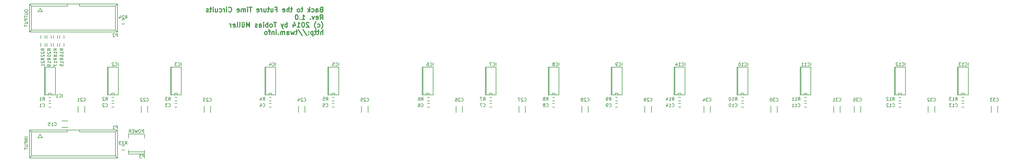
<source format=gbo>
G04 #@! TF.FileFunction,Legend,Bot*
%FSLAX46Y46*%
G04 Gerber Fmt 4.6, Leading zero omitted, Abs format (unit mm)*
G04 Created by KiCad (PCBNEW (2014-11-27 BZR 5304)-product) date 2015 February 14, Saturday 16:28:48*
%MOMM*%
G01*
G04 APERTURE LIST*
%ADD10C,0.100000*%
%ADD11C,0.300000*%
%ADD12C,0.150000*%
G04 APERTURE END LIST*
D10*
D11*
X151142857Y-114792857D02*
X150928571Y-114864286D01*
X150857143Y-114935714D01*
X150785714Y-115078571D01*
X150785714Y-115292857D01*
X150857143Y-115435714D01*
X150928571Y-115507143D01*
X151071429Y-115578571D01*
X151642857Y-115578571D01*
X151642857Y-114078571D01*
X151142857Y-114078571D01*
X151000000Y-114150000D01*
X150928571Y-114221429D01*
X150857143Y-114364286D01*
X150857143Y-114507143D01*
X150928571Y-114650000D01*
X151000000Y-114721429D01*
X151142857Y-114792857D01*
X151642857Y-114792857D01*
X149500000Y-115578571D02*
X149500000Y-114792857D01*
X149571429Y-114650000D01*
X149714286Y-114578571D01*
X150000000Y-114578571D01*
X150142857Y-114650000D01*
X149500000Y-115507143D02*
X149642857Y-115578571D01*
X150000000Y-115578571D01*
X150142857Y-115507143D01*
X150214286Y-115364286D01*
X150214286Y-115221429D01*
X150142857Y-115078571D01*
X150000000Y-115007143D01*
X149642857Y-115007143D01*
X149500000Y-114935714D01*
X148142857Y-115507143D02*
X148285714Y-115578571D01*
X148571428Y-115578571D01*
X148714286Y-115507143D01*
X148785714Y-115435714D01*
X148857143Y-115292857D01*
X148857143Y-114864286D01*
X148785714Y-114721429D01*
X148714286Y-114650000D01*
X148571428Y-114578571D01*
X148285714Y-114578571D01*
X148142857Y-114650000D01*
X147500000Y-115578571D02*
X147500000Y-114078571D01*
X147357143Y-115007143D02*
X146928572Y-115578571D01*
X146928572Y-114578571D02*
X147500000Y-115150000D01*
X145357143Y-114578571D02*
X144785714Y-114578571D01*
X145142857Y-114078571D02*
X145142857Y-115364286D01*
X145071429Y-115507143D01*
X144928571Y-115578571D01*
X144785714Y-115578571D01*
X144071428Y-115578571D02*
X144214286Y-115507143D01*
X144285714Y-115435714D01*
X144357143Y-115292857D01*
X144357143Y-114864286D01*
X144285714Y-114721429D01*
X144214286Y-114650000D01*
X144071428Y-114578571D01*
X143857143Y-114578571D01*
X143714286Y-114650000D01*
X143642857Y-114721429D01*
X143571428Y-114864286D01*
X143571428Y-115292857D01*
X143642857Y-115435714D01*
X143714286Y-115507143D01*
X143857143Y-115578571D01*
X144071428Y-115578571D01*
X142000000Y-114578571D02*
X141428571Y-114578571D01*
X141785714Y-114078571D02*
X141785714Y-115364286D01*
X141714286Y-115507143D01*
X141571428Y-115578571D01*
X141428571Y-115578571D01*
X140928571Y-115578571D02*
X140928571Y-114078571D01*
X140285714Y-115578571D02*
X140285714Y-114792857D01*
X140357143Y-114650000D01*
X140500000Y-114578571D01*
X140714285Y-114578571D01*
X140857143Y-114650000D01*
X140928571Y-114721429D01*
X139000000Y-115507143D02*
X139142857Y-115578571D01*
X139428571Y-115578571D01*
X139571428Y-115507143D01*
X139642857Y-115364286D01*
X139642857Y-114792857D01*
X139571428Y-114650000D01*
X139428571Y-114578571D01*
X139142857Y-114578571D01*
X139000000Y-114650000D01*
X138928571Y-114792857D01*
X138928571Y-114935714D01*
X139642857Y-115078571D01*
X136642857Y-114792857D02*
X137142857Y-114792857D01*
X137142857Y-115578571D02*
X137142857Y-114078571D01*
X136428571Y-114078571D01*
X135214286Y-114578571D02*
X135214286Y-115578571D01*
X135857143Y-114578571D02*
X135857143Y-115364286D01*
X135785715Y-115507143D01*
X135642857Y-115578571D01*
X135428572Y-115578571D01*
X135285715Y-115507143D01*
X135214286Y-115435714D01*
X134714286Y-114578571D02*
X134142857Y-114578571D01*
X134500000Y-114078571D02*
X134500000Y-115364286D01*
X134428572Y-115507143D01*
X134285714Y-115578571D01*
X134142857Y-115578571D01*
X133000000Y-114578571D02*
X133000000Y-115578571D01*
X133642857Y-114578571D02*
X133642857Y-115364286D01*
X133571429Y-115507143D01*
X133428571Y-115578571D01*
X133214286Y-115578571D01*
X133071429Y-115507143D01*
X133000000Y-115435714D01*
X132285714Y-115578571D02*
X132285714Y-114578571D01*
X132285714Y-114864286D02*
X132214286Y-114721429D01*
X132142857Y-114650000D01*
X132000000Y-114578571D01*
X131857143Y-114578571D01*
X130785715Y-115507143D02*
X130928572Y-115578571D01*
X131214286Y-115578571D01*
X131357143Y-115507143D01*
X131428572Y-115364286D01*
X131428572Y-114792857D01*
X131357143Y-114650000D01*
X131214286Y-114578571D01*
X130928572Y-114578571D01*
X130785715Y-114650000D01*
X130714286Y-114792857D01*
X130714286Y-114935714D01*
X131428572Y-115078571D01*
X129142858Y-114078571D02*
X128285715Y-114078571D01*
X128714286Y-115578571D02*
X128714286Y-114078571D01*
X127785715Y-115578571D02*
X127785715Y-114578571D01*
X127785715Y-114078571D02*
X127857144Y-114150000D01*
X127785715Y-114221429D01*
X127714287Y-114150000D01*
X127785715Y-114078571D01*
X127785715Y-114221429D01*
X127071429Y-115578571D02*
X127071429Y-114578571D01*
X127071429Y-114721429D02*
X127000001Y-114650000D01*
X126857143Y-114578571D01*
X126642858Y-114578571D01*
X126500001Y-114650000D01*
X126428572Y-114792857D01*
X126428572Y-115578571D01*
X126428572Y-114792857D02*
X126357143Y-114650000D01*
X126214286Y-114578571D01*
X126000001Y-114578571D01*
X125857143Y-114650000D01*
X125785715Y-114792857D01*
X125785715Y-115578571D01*
X124500001Y-115507143D02*
X124642858Y-115578571D01*
X124928572Y-115578571D01*
X125071429Y-115507143D01*
X125142858Y-115364286D01*
X125142858Y-114792857D01*
X125071429Y-114650000D01*
X124928572Y-114578571D01*
X124642858Y-114578571D01*
X124500001Y-114650000D01*
X124428572Y-114792857D01*
X124428572Y-114935714D01*
X125142858Y-115078571D01*
X121785715Y-115435714D02*
X121857144Y-115507143D01*
X122071430Y-115578571D01*
X122214287Y-115578571D01*
X122428572Y-115507143D01*
X122571430Y-115364286D01*
X122642858Y-115221429D01*
X122714287Y-114935714D01*
X122714287Y-114721429D01*
X122642858Y-114435714D01*
X122571430Y-114292857D01*
X122428572Y-114150000D01*
X122214287Y-114078571D01*
X122071430Y-114078571D01*
X121857144Y-114150000D01*
X121785715Y-114221429D01*
X121142858Y-115578571D02*
X121142858Y-114578571D01*
X121142858Y-114078571D02*
X121214287Y-114150000D01*
X121142858Y-114221429D01*
X121071430Y-114150000D01*
X121142858Y-114078571D01*
X121142858Y-114221429D01*
X120428572Y-115578571D02*
X120428572Y-114578571D01*
X120428572Y-114864286D02*
X120357144Y-114721429D01*
X120285715Y-114650000D01*
X120142858Y-114578571D01*
X120000001Y-114578571D01*
X118857144Y-115507143D02*
X119000001Y-115578571D01*
X119285715Y-115578571D01*
X119428573Y-115507143D01*
X119500001Y-115435714D01*
X119571430Y-115292857D01*
X119571430Y-114864286D01*
X119500001Y-114721429D01*
X119428573Y-114650000D01*
X119285715Y-114578571D01*
X119000001Y-114578571D01*
X118857144Y-114650000D01*
X117571430Y-114578571D02*
X117571430Y-115578571D01*
X118214287Y-114578571D02*
X118214287Y-115364286D01*
X118142859Y-115507143D01*
X118000001Y-115578571D01*
X117785716Y-115578571D01*
X117642859Y-115507143D01*
X117571430Y-115435714D01*
X116857144Y-115578571D02*
X116857144Y-114578571D01*
X116857144Y-114078571D02*
X116928573Y-114150000D01*
X116857144Y-114221429D01*
X116785716Y-114150000D01*
X116857144Y-114078571D01*
X116857144Y-114221429D01*
X116357144Y-114578571D02*
X115785715Y-114578571D01*
X116142858Y-114078571D02*
X116142858Y-115364286D01*
X116071430Y-115507143D01*
X115928572Y-115578571D01*
X115785715Y-115578571D01*
X115357144Y-115507143D02*
X115214287Y-115578571D01*
X114928572Y-115578571D01*
X114785715Y-115507143D01*
X114714287Y-115364286D01*
X114714287Y-115292857D01*
X114785715Y-115150000D01*
X114928572Y-115078571D01*
X115142858Y-115078571D01*
X115285715Y-115007143D01*
X115357144Y-114864286D01*
X115357144Y-114792857D01*
X115285715Y-114650000D01*
X115142858Y-114578571D01*
X114928572Y-114578571D01*
X114785715Y-114650000D01*
X150785714Y-117978571D02*
X151285714Y-117264286D01*
X151642857Y-117978571D02*
X151642857Y-116478571D01*
X151071429Y-116478571D01*
X150928571Y-116550000D01*
X150857143Y-116621429D01*
X150785714Y-116764286D01*
X150785714Y-116978571D01*
X150857143Y-117121429D01*
X150928571Y-117192857D01*
X151071429Y-117264286D01*
X151642857Y-117264286D01*
X149571429Y-117907143D02*
X149714286Y-117978571D01*
X150000000Y-117978571D01*
X150142857Y-117907143D01*
X150214286Y-117764286D01*
X150214286Y-117192857D01*
X150142857Y-117050000D01*
X150000000Y-116978571D01*
X149714286Y-116978571D01*
X149571429Y-117050000D01*
X149500000Y-117192857D01*
X149500000Y-117335714D01*
X150214286Y-117478571D01*
X149000000Y-116978571D02*
X148642857Y-117978571D01*
X148285715Y-116978571D01*
X147714286Y-117835714D02*
X147642858Y-117907143D01*
X147714286Y-117978571D01*
X147785715Y-117907143D01*
X147714286Y-117835714D01*
X147714286Y-117978571D01*
X145071429Y-117978571D02*
X145928572Y-117978571D01*
X145500000Y-117978571D02*
X145500000Y-116478571D01*
X145642857Y-116692857D01*
X145785715Y-116835714D01*
X145928572Y-116907143D01*
X144428572Y-117835714D02*
X144357144Y-117907143D01*
X144428572Y-117978571D01*
X144500001Y-117907143D01*
X144428572Y-117835714D01*
X144428572Y-117978571D01*
X143428572Y-116478571D02*
X143285715Y-116478571D01*
X143142858Y-116550000D01*
X143071429Y-116621429D01*
X143000000Y-116764286D01*
X142928572Y-117050000D01*
X142928572Y-117407143D01*
X143000000Y-117692857D01*
X143071429Y-117835714D01*
X143142858Y-117907143D01*
X143285715Y-117978571D01*
X143428572Y-117978571D01*
X143571429Y-117907143D01*
X143642858Y-117835714D01*
X143714286Y-117692857D01*
X143785715Y-117407143D01*
X143785715Y-117050000D01*
X143714286Y-116764286D01*
X143642858Y-116621429D01*
X143571429Y-116550000D01*
X143428572Y-116478571D01*
X151214286Y-120950000D02*
X151285714Y-120878571D01*
X151428571Y-120664286D01*
X151500000Y-120521429D01*
X151571429Y-120307143D01*
X151642857Y-119950000D01*
X151642857Y-119664286D01*
X151571429Y-119307143D01*
X151500000Y-119092857D01*
X151428571Y-118950000D01*
X151285714Y-118735714D01*
X151214286Y-118664286D01*
X150000000Y-120307143D02*
X150142857Y-120378571D01*
X150428571Y-120378571D01*
X150571429Y-120307143D01*
X150642857Y-120235714D01*
X150714286Y-120092857D01*
X150714286Y-119664286D01*
X150642857Y-119521429D01*
X150571429Y-119450000D01*
X150428571Y-119378571D01*
X150142857Y-119378571D01*
X150000000Y-119450000D01*
X149500000Y-120950000D02*
X149428572Y-120878571D01*
X149285715Y-120664286D01*
X149214286Y-120521429D01*
X149142857Y-120307143D01*
X149071429Y-119950000D01*
X149071429Y-119664286D01*
X149142857Y-119307143D01*
X149214286Y-119092857D01*
X149285715Y-118950000D01*
X149428572Y-118735714D01*
X149500000Y-118664286D01*
X147285715Y-119021429D02*
X147214286Y-118950000D01*
X147071429Y-118878571D01*
X146714286Y-118878571D01*
X146571429Y-118950000D01*
X146500000Y-119021429D01*
X146428572Y-119164286D01*
X146428572Y-119307143D01*
X146500000Y-119521429D01*
X147357143Y-120378571D01*
X146428572Y-120378571D01*
X145500001Y-118878571D02*
X145357144Y-118878571D01*
X145214287Y-118950000D01*
X145142858Y-119021429D01*
X145071429Y-119164286D01*
X145000001Y-119450000D01*
X145000001Y-119807143D01*
X145071429Y-120092857D01*
X145142858Y-120235714D01*
X145214287Y-120307143D01*
X145357144Y-120378571D01*
X145500001Y-120378571D01*
X145642858Y-120307143D01*
X145714287Y-120235714D01*
X145785715Y-120092857D01*
X145857144Y-119807143D01*
X145857144Y-119450000D01*
X145785715Y-119164286D01*
X145714287Y-119021429D01*
X145642858Y-118950000D01*
X145500001Y-118878571D01*
X143571430Y-120378571D02*
X144428573Y-120378571D01*
X144000001Y-120378571D02*
X144000001Y-118878571D01*
X144142858Y-119092857D01*
X144285716Y-119235714D01*
X144428573Y-119307143D01*
X142285716Y-119378571D02*
X142285716Y-120378571D01*
X142642859Y-118807143D02*
X143000002Y-119878571D01*
X142071430Y-119878571D01*
X140357145Y-120378571D02*
X140357145Y-118878571D01*
X140357145Y-119450000D02*
X140214288Y-119378571D01*
X139928574Y-119378571D01*
X139785717Y-119450000D01*
X139714288Y-119521429D01*
X139642859Y-119664286D01*
X139642859Y-120092857D01*
X139714288Y-120235714D01*
X139785717Y-120307143D01*
X139928574Y-120378571D01*
X140214288Y-120378571D01*
X140357145Y-120307143D01*
X139142859Y-119378571D02*
X138785716Y-120378571D01*
X138428574Y-119378571D02*
X138785716Y-120378571D01*
X138928574Y-120735714D01*
X139000002Y-120807143D01*
X139142859Y-120878571D01*
X136928574Y-118878571D02*
X136071431Y-118878571D01*
X136500002Y-120378571D02*
X136500002Y-118878571D01*
X135357145Y-120378571D02*
X135500003Y-120307143D01*
X135571431Y-120235714D01*
X135642860Y-120092857D01*
X135642860Y-119664286D01*
X135571431Y-119521429D01*
X135500003Y-119450000D01*
X135357145Y-119378571D01*
X135142860Y-119378571D01*
X135000003Y-119450000D01*
X134928574Y-119521429D01*
X134857145Y-119664286D01*
X134857145Y-120092857D01*
X134928574Y-120235714D01*
X135000003Y-120307143D01*
X135142860Y-120378571D01*
X135357145Y-120378571D01*
X134214288Y-120378571D02*
X134214288Y-118878571D01*
X134214288Y-119450000D02*
X134071431Y-119378571D01*
X133785717Y-119378571D01*
X133642860Y-119450000D01*
X133571431Y-119521429D01*
X133500002Y-119664286D01*
X133500002Y-120092857D01*
X133571431Y-120235714D01*
X133642860Y-120307143D01*
X133785717Y-120378571D01*
X134071431Y-120378571D01*
X134214288Y-120307143D01*
X132857145Y-120378571D02*
X132857145Y-119378571D01*
X132857145Y-118878571D02*
X132928574Y-118950000D01*
X132857145Y-119021429D01*
X132785717Y-118950000D01*
X132857145Y-118878571D01*
X132857145Y-119021429D01*
X131500002Y-120378571D02*
X131500002Y-119592857D01*
X131571431Y-119450000D01*
X131714288Y-119378571D01*
X132000002Y-119378571D01*
X132142859Y-119450000D01*
X131500002Y-120307143D02*
X131642859Y-120378571D01*
X132000002Y-120378571D01*
X132142859Y-120307143D01*
X132214288Y-120164286D01*
X132214288Y-120021429D01*
X132142859Y-119878571D01*
X132000002Y-119807143D01*
X131642859Y-119807143D01*
X131500002Y-119735714D01*
X130857145Y-120307143D02*
X130714288Y-120378571D01*
X130428573Y-120378571D01*
X130285716Y-120307143D01*
X130214288Y-120164286D01*
X130214288Y-120092857D01*
X130285716Y-119950000D01*
X130428573Y-119878571D01*
X130642859Y-119878571D01*
X130785716Y-119807143D01*
X130857145Y-119664286D01*
X130857145Y-119592857D01*
X130785716Y-119450000D01*
X130642859Y-119378571D01*
X130428573Y-119378571D01*
X130285716Y-119450000D01*
X128428573Y-120378571D02*
X128428573Y-118878571D01*
X127928573Y-119950000D01*
X127428573Y-118878571D01*
X127428573Y-120378571D01*
X126071430Y-119378571D02*
X126071430Y-120378571D01*
X126714287Y-119378571D02*
X126714287Y-120164286D01*
X126642859Y-120307143D01*
X126500001Y-120378571D01*
X126285716Y-120378571D01*
X126142859Y-120307143D01*
X126071430Y-120235714D01*
X126642859Y-118878571D02*
X126571430Y-118950000D01*
X126642859Y-119021429D01*
X126714287Y-118950000D01*
X126642859Y-118878571D01*
X126642859Y-119021429D01*
X126071430Y-118878571D02*
X126000001Y-118950000D01*
X126071430Y-119021429D01*
X126142859Y-118950000D01*
X126071430Y-118878571D01*
X126071430Y-119021429D01*
X125142858Y-120378571D02*
X125285716Y-120307143D01*
X125357144Y-120164286D01*
X125357144Y-118878571D01*
X124357144Y-120378571D02*
X124500002Y-120307143D01*
X124571430Y-120164286D01*
X124571430Y-118878571D01*
X123214288Y-120307143D02*
X123357145Y-120378571D01*
X123642859Y-120378571D01*
X123785716Y-120307143D01*
X123857145Y-120164286D01*
X123857145Y-119592857D01*
X123785716Y-119450000D01*
X123642859Y-119378571D01*
X123357145Y-119378571D01*
X123214288Y-119450000D01*
X123142859Y-119592857D01*
X123142859Y-119735714D01*
X123857145Y-119878571D01*
X122500002Y-120378571D02*
X122500002Y-119378571D01*
X122500002Y-119664286D02*
X122428574Y-119521429D01*
X122357145Y-119450000D01*
X122214288Y-119378571D01*
X122071431Y-119378571D01*
X151642857Y-122778571D02*
X151642857Y-121278571D01*
X151000000Y-122778571D02*
X151000000Y-121992857D01*
X151071429Y-121850000D01*
X151214286Y-121778571D01*
X151428571Y-121778571D01*
X151571429Y-121850000D01*
X151642857Y-121921429D01*
X150500000Y-121778571D02*
X149928571Y-121778571D01*
X150285714Y-121278571D02*
X150285714Y-122564286D01*
X150214286Y-122707143D01*
X150071428Y-122778571D01*
X149928571Y-122778571D01*
X149642857Y-121778571D02*
X149071428Y-121778571D01*
X149428571Y-121278571D02*
X149428571Y-122564286D01*
X149357143Y-122707143D01*
X149214285Y-122778571D01*
X149071428Y-122778571D01*
X148571428Y-121778571D02*
X148571428Y-123278571D01*
X148571428Y-121850000D02*
X148428571Y-121778571D01*
X148142857Y-121778571D01*
X148000000Y-121850000D01*
X147928571Y-121921429D01*
X147857142Y-122064286D01*
X147857142Y-122492857D01*
X147928571Y-122635714D01*
X148000000Y-122707143D01*
X148142857Y-122778571D01*
X148428571Y-122778571D01*
X148571428Y-122707143D01*
X147214285Y-122635714D02*
X147142857Y-122707143D01*
X147214285Y-122778571D01*
X147285714Y-122707143D01*
X147214285Y-122635714D01*
X147214285Y-122778571D01*
X147214285Y-121850000D02*
X147142857Y-121921429D01*
X147214285Y-121992857D01*
X147285714Y-121921429D01*
X147214285Y-121850000D01*
X147214285Y-121992857D01*
X145428571Y-121207143D02*
X146714285Y-123135714D01*
X143857142Y-121207143D02*
X145142856Y-123135714D01*
X143571427Y-121778571D02*
X142999998Y-121778571D01*
X143357141Y-121278571D02*
X143357141Y-122564286D01*
X143285713Y-122707143D01*
X143142855Y-122778571D01*
X142999998Y-122778571D01*
X142642855Y-121778571D02*
X142357141Y-122778571D01*
X142071427Y-122064286D01*
X141785712Y-122778571D01*
X141499998Y-121778571D01*
X140285712Y-122778571D02*
X140285712Y-121992857D01*
X140357141Y-121850000D01*
X140499998Y-121778571D01*
X140785712Y-121778571D01*
X140928569Y-121850000D01*
X140285712Y-122707143D02*
X140428569Y-122778571D01*
X140785712Y-122778571D01*
X140928569Y-122707143D01*
X140999998Y-122564286D01*
X140999998Y-122421429D01*
X140928569Y-122278571D01*
X140785712Y-122207143D01*
X140428569Y-122207143D01*
X140285712Y-122135714D01*
X139571426Y-122778571D02*
X139571426Y-121778571D01*
X139571426Y-121921429D02*
X139499998Y-121850000D01*
X139357140Y-121778571D01*
X139142855Y-121778571D01*
X138999998Y-121850000D01*
X138928569Y-121992857D01*
X138928569Y-122778571D01*
X138928569Y-121992857D02*
X138857140Y-121850000D01*
X138714283Y-121778571D01*
X138499998Y-121778571D01*
X138357140Y-121850000D01*
X138285712Y-121992857D01*
X138285712Y-122778571D01*
X137571426Y-122635714D02*
X137499998Y-122707143D01*
X137571426Y-122778571D01*
X137642855Y-122707143D01*
X137571426Y-122635714D01*
X137571426Y-122778571D01*
X136857140Y-122778571D02*
X136857140Y-121778571D01*
X136857140Y-121278571D02*
X136928569Y-121350000D01*
X136857140Y-121421429D01*
X136785712Y-121350000D01*
X136857140Y-121278571D01*
X136857140Y-121421429D01*
X136142854Y-121778571D02*
X136142854Y-122778571D01*
X136142854Y-121921429D02*
X136071426Y-121850000D01*
X135928568Y-121778571D01*
X135714283Y-121778571D01*
X135571426Y-121850000D01*
X135499997Y-121992857D01*
X135499997Y-122778571D01*
X134999997Y-121778571D02*
X134428568Y-121778571D01*
X134785711Y-122778571D02*
X134785711Y-121492857D01*
X134714283Y-121350000D01*
X134571425Y-121278571D01*
X134428568Y-121278571D01*
X133714282Y-122778571D02*
X133857140Y-122707143D01*
X133928568Y-122635714D01*
X133999997Y-122492857D01*
X133999997Y-122064286D01*
X133928568Y-121921429D01*
X133857140Y-121850000D01*
X133714282Y-121778571D01*
X133499997Y-121778571D01*
X133357140Y-121850000D01*
X133285711Y-121921429D01*
X133214282Y-122064286D01*
X133214282Y-122492857D01*
X133285711Y-122635714D01*
X133357140Y-122707143D01*
X133499997Y-122778571D01*
X133714282Y-122778571D01*
D12*
X66714500Y-141881500D02*
X66714500Y-133118500D01*
X65444500Y-141881500D02*
X65444500Y-141373500D01*
X64555500Y-141881500D02*
X64555500Y-141373500D01*
X65444500Y-141373500D02*
X64555500Y-141373500D01*
X63539500Y-141881500D02*
X63539500Y-133118500D01*
X63285500Y-133118500D02*
X63285500Y-141881500D01*
X66714500Y-133118500D02*
X63285500Y-133118500D01*
X63285500Y-141881500D02*
X66714500Y-141881500D01*
X86714500Y-141881500D02*
X86714500Y-133118500D01*
X85444500Y-141881500D02*
X85444500Y-141373500D01*
X84555500Y-141881500D02*
X84555500Y-141373500D01*
X85444500Y-141373500D02*
X84555500Y-141373500D01*
X83539500Y-141881500D02*
X83539500Y-133118500D01*
X83285500Y-133118500D02*
X83285500Y-141881500D01*
X86714500Y-133118500D02*
X83285500Y-133118500D01*
X83285500Y-141881500D02*
X86714500Y-141881500D01*
X106719500Y-141881500D02*
X106719500Y-133118500D01*
X105449500Y-141881500D02*
X105449500Y-141373500D01*
X104560500Y-141881500D02*
X104560500Y-141373500D01*
X105449500Y-141373500D02*
X104560500Y-141373500D01*
X103544500Y-141881500D02*
X103544500Y-133118500D01*
X103290500Y-133118500D02*
X103290500Y-141881500D01*
X106719500Y-133118500D02*
X103290500Y-133118500D01*
X103290500Y-141881500D02*
X106719500Y-141881500D01*
X136714500Y-141881500D02*
X136714500Y-133118500D01*
X135444500Y-141881500D02*
X135444500Y-141373500D01*
X134555500Y-141881500D02*
X134555500Y-141373500D01*
X135444500Y-141373500D02*
X134555500Y-141373500D01*
X133539500Y-141881500D02*
X133539500Y-133118500D01*
X133285500Y-133118500D02*
X133285500Y-141881500D01*
X136714500Y-133118500D02*
X133285500Y-133118500D01*
X133285500Y-141881500D02*
X136714500Y-141881500D01*
X156714500Y-141881500D02*
X156714500Y-133118500D01*
X155444500Y-141881500D02*
X155444500Y-141373500D01*
X154555500Y-141881500D02*
X154555500Y-141373500D01*
X155444500Y-141373500D02*
X154555500Y-141373500D01*
X153539500Y-141881500D02*
X153539500Y-133118500D01*
X153285500Y-133118500D02*
X153285500Y-141881500D01*
X156714500Y-133118500D02*
X153285500Y-133118500D01*
X153285500Y-141881500D02*
X156714500Y-141881500D01*
X186714500Y-141881500D02*
X186714500Y-133118500D01*
X185444500Y-141881500D02*
X185444500Y-141373500D01*
X184555500Y-141881500D02*
X184555500Y-141373500D01*
X185444500Y-141373500D02*
X184555500Y-141373500D01*
X183539500Y-141881500D02*
X183539500Y-133118500D01*
X183285500Y-133118500D02*
X183285500Y-141881500D01*
X186714500Y-133118500D02*
X183285500Y-133118500D01*
X183285500Y-141881500D02*
X186714500Y-141881500D01*
X206714500Y-141881500D02*
X206714500Y-133118500D01*
X205444500Y-141881500D02*
X205444500Y-141373500D01*
X204555500Y-141881500D02*
X204555500Y-141373500D01*
X205444500Y-141373500D02*
X204555500Y-141373500D01*
X203539500Y-141881500D02*
X203539500Y-133118500D01*
X203285500Y-133118500D02*
X203285500Y-141881500D01*
X206714500Y-133118500D02*
X203285500Y-133118500D01*
X203285500Y-141881500D02*
X206714500Y-141881500D01*
X226714500Y-141881500D02*
X226714500Y-133118500D01*
X225444500Y-141881500D02*
X225444500Y-141373500D01*
X224555500Y-141881500D02*
X224555500Y-141373500D01*
X225444500Y-141373500D02*
X224555500Y-141373500D01*
X223539500Y-141881500D02*
X223539500Y-133118500D01*
X223285500Y-133118500D02*
X223285500Y-141881500D01*
X226714500Y-133118500D02*
X223285500Y-133118500D01*
X223285500Y-141881500D02*
X226714500Y-141881500D01*
X246714500Y-141881500D02*
X246714500Y-133118500D01*
X245444500Y-141881500D02*
X245444500Y-141373500D01*
X244555500Y-141881500D02*
X244555500Y-141373500D01*
X245444500Y-141373500D02*
X244555500Y-141373500D01*
X243539500Y-141881500D02*
X243539500Y-133118500D01*
X243285500Y-133118500D02*
X243285500Y-141881500D01*
X246714500Y-133118500D02*
X243285500Y-133118500D01*
X243285500Y-141881500D02*
X246714500Y-141881500D01*
X286714500Y-141881500D02*
X286714500Y-133118500D01*
X285444500Y-141881500D02*
X285444500Y-141373500D01*
X284555500Y-141881500D02*
X284555500Y-141373500D01*
X285444500Y-141373500D02*
X284555500Y-141373500D01*
X283539500Y-141881500D02*
X283539500Y-133118500D01*
X283285500Y-133118500D02*
X283285500Y-141881500D01*
X286714500Y-133118500D02*
X283285500Y-133118500D01*
X283285500Y-141881500D02*
X286714500Y-141881500D01*
X306714500Y-141881500D02*
X306714500Y-133118500D01*
X305444500Y-141881500D02*
X305444500Y-141373500D01*
X304555500Y-141881500D02*
X304555500Y-141373500D01*
X305444500Y-141373500D02*
X304555500Y-141373500D01*
X303539500Y-141881500D02*
X303539500Y-133118500D01*
X303285500Y-133118500D02*
X303285500Y-141881500D01*
X306714500Y-133118500D02*
X303285500Y-133118500D01*
X303285500Y-141881500D02*
X306714500Y-141881500D01*
X336714500Y-141881500D02*
X336714500Y-133118500D01*
X335444500Y-141881500D02*
X335444500Y-141373500D01*
X334555500Y-141881500D02*
X334555500Y-141373500D01*
X335444500Y-141373500D02*
X334555500Y-141373500D01*
X333539500Y-141881500D02*
X333539500Y-133118500D01*
X333285500Y-133118500D02*
X333285500Y-141881500D01*
X336714500Y-133118500D02*
X333285500Y-133118500D01*
X333285500Y-141881500D02*
X336714500Y-141881500D01*
X356714500Y-141881500D02*
X356714500Y-133118500D01*
X355444500Y-141881500D02*
X355444500Y-141373500D01*
X354555500Y-141881500D02*
X354555500Y-141373500D01*
X355444500Y-141373500D02*
X354555500Y-141373500D01*
X353539500Y-141881500D02*
X353539500Y-133118500D01*
X353285500Y-133118500D02*
X353285500Y-141881500D01*
X356714500Y-133118500D02*
X353285500Y-133118500D01*
X353285500Y-141881500D02*
X356714500Y-141881500D01*
X65350000Y-144650000D02*
X64650000Y-144650000D01*
X64650000Y-145850000D02*
X65350000Y-145850000D01*
X85350000Y-144650000D02*
X84650000Y-144650000D01*
X84650000Y-145850000D02*
X85350000Y-145850000D01*
X105350000Y-144650000D02*
X104650000Y-144650000D01*
X104650000Y-145850000D02*
X105350000Y-145850000D01*
X135350000Y-144650000D02*
X134650000Y-144650000D01*
X134650000Y-145850000D02*
X135350000Y-145850000D01*
X155350000Y-144650000D02*
X154650000Y-144650000D01*
X154650000Y-145850000D02*
X155350000Y-145850000D01*
X185600000Y-144650000D02*
X184900000Y-144650000D01*
X184900000Y-145850000D02*
X185600000Y-145850000D01*
X205350000Y-144650000D02*
X204650000Y-144650000D01*
X204650000Y-145850000D02*
X205350000Y-145850000D01*
X225350000Y-144650000D02*
X224650000Y-144650000D01*
X224650000Y-145850000D02*
X225350000Y-145850000D01*
X245350000Y-144650000D02*
X244650000Y-144650000D01*
X244650000Y-145850000D02*
X245350000Y-145850000D01*
X285350000Y-144650000D02*
X284650000Y-144650000D01*
X284650000Y-145850000D02*
X285350000Y-145850000D01*
X305350000Y-144650000D02*
X304650000Y-144650000D01*
X304650000Y-145850000D02*
X305350000Y-145850000D01*
X335350000Y-144650000D02*
X334650000Y-144650000D01*
X334650000Y-145850000D02*
X335350000Y-145850000D01*
X355350000Y-144650000D02*
X354650000Y-144650000D01*
X354650000Y-145850000D02*
X355350000Y-145850000D01*
X265350000Y-144650000D02*
X264650000Y-144650000D01*
X264650000Y-145850000D02*
X265350000Y-145850000D01*
X266714500Y-141881500D02*
X266714500Y-133118500D01*
X265444500Y-141881500D02*
X265444500Y-141373500D01*
X264555500Y-141881500D02*
X264555500Y-141373500D01*
X265444500Y-141373500D02*
X264555500Y-141373500D01*
X263539500Y-141881500D02*
X263539500Y-133118500D01*
X263285500Y-133118500D02*
X263285500Y-141881500D01*
X266714500Y-133118500D02*
X263285500Y-133118500D01*
X263285500Y-141881500D02*
X266714500Y-141881500D01*
X85835000Y-153690000D02*
X86470000Y-153055000D01*
X85835000Y-161310000D02*
X86470000Y-161945000D01*
X59165000Y-161310000D02*
X58530000Y-161945000D01*
X74405000Y-153055000D02*
X74405000Y-153690000D01*
X74405000Y-153690000D02*
X85835000Y-153690000D01*
X85835000Y-153690000D02*
X85835000Y-161310000D01*
X85835000Y-161310000D02*
X59165000Y-161310000D01*
X59165000Y-161310000D02*
X59165000Y-153690000D01*
X59165000Y-153690000D02*
X58530000Y-153055000D01*
X59165000Y-153690000D02*
X70595000Y-153690000D01*
X70595000Y-153690000D02*
X70595000Y-153055000D01*
X86470000Y-153055000D02*
X58530000Y-153055000D01*
X58530000Y-161945000D02*
X86470000Y-161945000D01*
X58530000Y-161945000D02*
X58530000Y-153055000D01*
X86470000Y-161945000D02*
X86470000Y-153055000D01*
X61191920Y-155531500D02*
X61890420Y-154462160D01*
X61890420Y-154462160D02*
X62591460Y-155531500D01*
X62591460Y-155531500D02*
X61191920Y-155531500D01*
X85835000Y-113690000D02*
X86470000Y-113055000D01*
X85835000Y-121310000D02*
X86470000Y-121945000D01*
X59165000Y-121310000D02*
X58530000Y-121945000D01*
X74405000Y-113055000D02*
X74405000Y-113690000D01*
X74405000Y-113690000D02*
X85835000Y-113690000D01*
X85835000Y-113690000D02*
X85835000Y-121310000D01*
X85835000Y-121310000D02*
X59165000Y-121310000D01*
X59165000Y-121310000D02*
X59165000Y-113690000D01*
X59165000Y-113690000D02*
X58530000Y-113055000D01*
X59165000Y-113690000D02*
X70595000Y-113690000D01*
X70595000Y-113690000D02*
X70595000Y-113055000D01*
X86470000Y-113055000D02*
X58530000Y-113055000D01*
X58530000Y-121945000D02*
X86470000Y-121945000D01*
X58530000Y-121945000D02*
X58530000Y-113055000D01*
X86470000Y-121945000D02*
X86470000Y-113055000D01*
X61191920Y-115531500D02*
X61890420Y-114462160D01*
X61890420Y-114462160D02*
X62591460Y-115531500D01*
X62591460Y-115531500D02*
X61191920Y-115531500D01*
X65350000Y-142650000D02*
X64650000Y-142650000D01*
X64650000Y-143850000D02*
X65350000Y-143850000D01*
X85350000Y-142650000D02*
X84650000Y-142650000D01*
X84650000Y-143850000D02*
X85350000Y-143850000D01*
X105350000Y-142650000D02*
X104650000Y-142650000D01*
X104650000Y-143850000D02*
X105350000Y-143850000D01*
X135350000Y-142650000D02*
X134650000Y-142650000D01*
X134650000Y-143850000D02*
X135350000Y-143850000D01*
X155350000Y-142650000D02*
X154650000Y-142650000D01*
X154650000Y-143850000D02*
X155350000Y-143850000D01*
X185600000Y-142650000D02*
X184900000Y-142650000D01*
X184900000Y-143850000D02*
X185600000Y-143850000D01*
X205350000Y-142650000D02*
X204650000Y-142650000D01*
X204650000Y-143850000D02*
X205350000Y-143850000D01*
X225350000Y-142650000D02*
X224650000Y-142650000D01*
X224650000Y-143850000D02*
X225350000Y-143850000D01*
X245350000Y-142650000D02*
X244650000Y-142650000D01*
X244650000Y-143850000D02*
X245350000Y-143850000D01*
X285350000Y-142650000D02*
X284650000Y-142650000D01*
X284650000Y-143850000D02*
X285350000Y-143850000D01*
X305350000Y-142650000D02*
X304650000Y-142650000D01*
X304650000Y-143850000D02*
X305350000Y-143850000D01*
X335350000Y-142650000D02*
X334650000Y-142650000D01*
X334650000Y-143850000D02*
X335350000Y-143850000D01*
X355350000Y-142650000D02*
X354650000Y-142650000D01*
X354650000Y-143850000D02*
X355350000Y-143850000D01*
X265350000Y-142650000D02*
X264650000Y-142650000D01*
X264650000Y-143850000D02*
X265350000Y-143850000D01*
X68075000Y-125500000D02*
X68075000Y-126500000D01*
X69425000Y-126500000D02*
X69425000Y-125500000D01*
X68075000Y-123000000D02*
X68075000Y-124000000D01*
X69425000Y-124000000D02*
X69425000Y-123000000D01*
X66075000Y-125500000D02*
X66075000Y-126500000D01*
X67425000Y-126500000D02*
X67425000Y-125500000D01*
X66075000Y-123000000D02*
X66075000Y-124000000D01*
X67425000Y-124000000D02*
X67425000Y-123000000D01*
X64075000Y-125500000D02*
X64075000Y-126500000D01*
X65425000Y-126500000D02*
X65425000Y-125500000D01*
X64075000Y-123000000D02*
X64075000Y-124000000D01*
X65425000Y-124000000D02*
X65425000Y-123000000D01*
X62075000Y-125500000D02*
X62075000Y-126500000D01*
X63425000Y-126500000D02*
X63425000Y-125500000D01*
X62075000Y-123000000D02*
X62075000Y-124000000D01*
X63425000Y-124000000D02*
X63425000Y-123000000D01*
X68750000Y-150225000D02*
X70750000Y-150225000D01*
X70750000Y-152275000D02*
X68750000Y-152275000D01*
X89960000Y-160040000D02*
X95040000Y-160040000D01*
X95040000Y-154325000D02*
X95040000Y-155595000D01*
X95040000Y-160040000D02*
X95040000Y-159405000D01*
X89960000Y-154960000D02*
X89960000Y-155595000D01*
X89960000Y-160040000D02*
X89960000Y-159405000D01*
X89960000Y-160040000D02*
X89960000Y-160675000D01*
X89960000Y-160675000D02*
X95040000Y-160675000D01*
X95040000Y-160675000D02*
X95040000Y-160040000D01*
X95040000Y-154325000D02*
X89960000Y-154325000D01*
X89960000Y-154325000D02*
X89960000Y-154960000D01*
X73975000Y-147500000D02*
X73975000Y-145500000D01*
X76025000Y-145500000D02*
X76025000Y-147500000D01*
X93975000Y-147500000D02*
X93975000Y-145500000D01*
X96025000Y-145500000D02*
X96025000Y-147500000D01*
X113975000Y-147500000D02*
X113975000Y-145500000D01*
X116025000Y-145500000D02*
X116025000Y-147500000D01*
X143975000Y-147500000D02*
X143975000Y-145500000D01*
X146025000Y-145500000D02*
X146025000Y-147500000D01*
X163975000Y-147500000D02*
X163975000Y-145500000D01*
X166025000Y-145500000D02*
X166025000Y-147500000D01*
X193975000Y-147500000D02*
X193975000Y-145500000D01*
X196025000Y-145500000D02*
X196025000Y-147500000D01*
X213975000Y-147500000D02*
X213975000Y-145500000D01*
X216025000Y-145500000D02*
X216025000Y-147500000D01*
X233975000Y-147500000D02*
X233975000Y-145500000D01*
X236025000Y-145500000D02*
X236025000Y-147500000D01*
X253975000Y-147500000D02*
X253975000Y-145500000D01*
X256025000Y-145500000D02*
X256025000Y-147500000D01*
X293975000Y-147500000D02*
X293975000Y-145500000D01*
X296025000Y-145500000D02*
X296025000Y-147500000D01*
X313975000Y-147500000D02*
X313975000Y-145500000D01*
X316025000Y-145500000D02*
X316025000Y-147500000D01*
X343975000Y-147500000D02*
X343975000Y-145500000D01*
X346025000Y-145500000D02*
X346025000Y-147500000D01*
X363975000Y-147500000D02*
X363975000Y-145500000D01*
X366025000Y-145500000D02*
X366025000Y-147500000D01*
X272725000Y-147500000D02*
X272725000Y-145500000D01*
X274775000Y-145500000D02*
X274775000Y-147500000D01*
X320475000Y-147500000D02*
X320475000Y-145500000D01*
X322525000Y-145500000D02*
X322525000Y-147500000D01*
X88750000Y-158075000D02*
X87750000Y-158075000D01*
X87750000Y-159425000D02*
X88750000Y-159425000D01*
X88750000Y-118075000D02*
X87750000Y-118075000D01*
X87750000Y-119425000D02*
X88750000Y-119425000D01*
X68976190Y-142702381D02*
X68976190Y-141702381D01*
X67928571Y-142607143D02*
X67976190Y-142654762D01*
X68119047Y-142702381D01*
X68214285Y-142702381D01*
X68357143Y-142654762D01*
X68452381Y-142559524D01*
X68500000Y-142464286D01*
X68547619Y-142273810D01*
X68547619Y-142130952D01*
X68500000Y-141940476D01*
X68452381Y-141845238D01*
X68357143Y-141750000D01*
X68214285Y-141702381D01*
X68119047Y-141702381D01*
X67976190Y-141750000D01*
X67928571Y-141797619D01*
X66976190Y-142702381D02*
X67547619Y-142702381D01*
X67261905Y-142702381D02*
X67261905Y-141702381D01*
X67357143Y-141845238D01*
X67452381Y-141940476D01*
X67547619Y-141988095D01*
X86726190Y-132702381D02*
X86726190Y-131702381D01*
X85678571Y-132607143D02*
X85726190Y-132654762D01*
X85869047Y-132702381D01*
X85964285Y-132702381D01*
X86107143Y-132654762D01*
X86202381Y-132559524D01*
X86250000Y-132464286D01*
X86297619Y-132273810D01*
X86297619Y-132130952D01*
X86250000Y-131940476D01*
X86202381Y-131845238D01*
X86107143Y-131750000D01*
X85964285Y-131702381D01*
X85869047Y-131702381D01*
X85726190Y-131750000D01*
X85678571Y-131797619D01*
X85297619Y-131797619D02*
X85250000Y-131750000D01*
X85154762Y-131702381D01*
X84916666Y-131702381D01*
X84821428Y-131750000D01*
X84773809Y-131797619D01*
X84726190Y-131892857D01*
X84726190Y-131988095D01*
X84773809Y-132130952D01*
X85345238Y-132702381D01*
X84726190Y-132702381D01*
X106726190Y-132702381D02*
X106726190Y-131702381D01*
X105678571Y-132607143D02*
X105726190Y-132654762D01*
X105869047Y-132702381D01*
X105964285Y-132702381D01*
X106107143Y-132654762D01*
X106202381Y-132559524D01*
X106250000Y-132464286D01*
X106297619Y-132273810D01*
X106297619Y-132130952D01*
X106250000Y-131940476D01*
X106202381Y-131845238D01*
X106107143Y-131750000D01*
X105964285Y-131702381D01*
X105869047Y-131702381D01*
X105726190Y-131750000D01*
X105678571Y-131797619D01*
X105345238Y-131702381D02*
X104726190Y-131702381D01*
X105059524Y-132083333D01*
X104916666Y-132083333D01*
X104821428Y-132130952D01*
X104773809Y-132178571D01*
X104726190Y-132273810D01*
X104726190Y-132511905D01*
X104773809Y-132607143D01*
X104821428Y-132654762D01*
X104916666Y-132702381D01*
X105202381Y-132702381D01*
X105297619Y-132654762D01*
X105345238Y-132607143D01*
X136726190Y-132702381D02*
X136726190Y-131702381D01*
X135678571Y-132607143D02*
X135726190Y-132654762D01*
X135869047Y-132702381D01*
X135964285Y-132702381D01*
X136107143Y-132654762D01*
X136202381Y-132559524D01*
X136250000Y-132464286D01*
X136297619Y-132273810D01*
X136297619Y-132130952D01*
X136250000Y-131940476D01*
X136202381Y-131845238D01*
X136107143Y-131750000D01*
X135964285Y-131702381D01*
X135869047Y-131702381D01*
X135726190Y-131750000D01*
X135678571Y-131797619D01*
X134821428Y-132035714D02*
X134821428Y-132702381D01*
X135059524Y-131654762D02*
X135297619Y-132369048D01*
X134678571Y-132369048D01*
X156726190Y-132702381D02*
X156726190Y-131702381D01*
X155678571Y-132607143D02*
X155726190Y-132654762D01*
X155869047Y-132702381D01*
X155964285Y-132702381D01*
X156107143Y-132654762D01*
X156202381Y-132559524D01*
X156250000Y-132464286D01*
X156297619Y-132273810D01*
X156297619Y-132130952D01*
X156250000Y-131940476D01*
X156202381Y-131845238D01*
X156107143Y-131750000D01*
X155964285Y-131702381D01*
X155869047Y-131702381D01*
X155726190Y-131750000D01*
X155678571Y-131797619D01*
X154773809Y-131702381D02*
X155250000Y-131702381D01*
X155297619Y-132178571D01*
X155250000Y-132130952D01*
X155154762Y-132083333D01*
X154916666Y-132083333D01*
X154821428Y-132130952D01*
X154773809Y-132178571D01*
X154726190Y-132273810D01*
X154726190Y-132511905D01*
X154773809Y-132607143D01*
X154821428Y-132654762D01*
X154916666Y-132702381D01*
X155154762Y-132702381D01*
X155250000Y-132654762D01*
X155297619Y-132607143D01*
X186726190Y-132702381D02*
X186726190Y-131702381D01*
X185678571Y-132607143D02*
X185726190Y-132654762D01*
X185869047Y-132702381D01*
X185964285Y-132702381D01*
X186107143Y-132654762D01*
X186202381Y-132559524D01*
X186250000Y-132464286D01*
X186297619Y-132273810D01*
X186297619Y-132130952D01*
X186250000Y-131940476D01*
X186202381Y-131845238D01*
X186107143Y-131750000D01*
X185964285Y-131702381D01*
X185869047Y-131702381D01*
X185726190Y-131750000D01*
X185678571Y-131797619D01*
X184821428Y-131702381D02*
X185011905Y-131702381D01*
X185107143Y-131750000D01*
X185154762Y-131797619D01*
X185250000Y-131940476D01*
X185297619Y-132130952D01*
X185297619Y-132511905D01*
X185250000Y-132607143D01*
X185202381Y-132654762D01*
X185107143Y-132702381D01*
X184916666Y-132702381D01*
X184821428Y-132654762D01*
X184773809Y-132607143D01*
X184726190Y-132511905D01*
X184726190Y-132273810D01*
X184773809Y-132178571D01*
X184821428Y-132130952D01*
X184916666Y-132083333D01*
X185107143Y-132083333D01*
X185202381Y-132130952D01*
X185250000Y-132178571D01*
X185297619Y-132273810D01*
X206726190Y-132702381D02*
X206726190Y-131702381D01*
X205678571Y-132607143D02*
X205726190Y-132654762D01*
X205869047Y-132702381D01*
X205964285Y-132702381D01*
X206107143Y-132654762D01*
X206202381Y-132559524D01*
X206250000Y-132464286D01*
X206297619Y-132273810D01*
X206297619Y-132130952D01*
X206250000Y-131940476D01*
X206202381Y-131845238D01*
X206107143Y-131750000D01*
X205964285Y-131702381D01*
X205869047Y-131702381D01*
X205726190Y-131750000D01*
X205678571Y-131797619D01*
X205345238Y-131702381D02*
X204678571Y-131702381D01*
X205107143Y-132702381D01*
X226726190Y-132702381D02*
X226726190Y-131702381D01*
X225678571Y-132607143D02*
X225726190Y-132654762D01*
X225869047Y-132702381D01*
X225964285Y-132702381D01*
X226107143Y-132654762D01*
X226202381Y-132559524D01*
X226250000Y-132464286D01*
X226297619Y-132273810D01*
X226297619Y-132130952D01*
X226250000Y-131940476D01*
X226202381Y-131845238D01*
X226107143Y-131750000D01*
X225964285Y-131702381D01*
X225869047Y-131702381D01*
X225726190Y-131750000D01*
X225678571Y-131797619D01*
X225107143Y-132130952D02*
X225202381Y-132083333D01*
X225250000Y-132035714D01*
X225297619Y-131940476D01*
X225297619Y-131892857D01*
X225250000Y-131797619D01*
X225202381Y-131750000D01*
X225107143Y-131702381D01*
X224916666Y-131702381D01*
X224821428Y-131750000D01*
X224773809Y-131797619D01*
X224726190Y-131892857D01*
X224726190Y-131940476D01*
X224773809Y-132035714D01*
X224821428Y-132083333D01*
X224916666Y-132130952D01*
X225107143Y-132130952D01*
X225202381Y-132178571D01*
X225250000Y-132226190D01*
X225297619Y-132321429D01*
X225297619Y-132511905D01*
X225250000Y-132607143D01*
X225202381Y-132654762D01*
X225107143Y-132702381D01*
X224916666Y-132702381D01*
X224821428Y-132654762D01*
X224773809Y-132607143D01*
X224726190Y-132511905D01*
X224726190Y-132321429D01*
X224773809Y-132226190D01*
X224821428Y-132178571D01*
X224916666Y-132130952D01*
X246726190Y-132702381D02*
X246726190Y-131702381D01*
X245678571Y-132607143D02*
X245726190Y-132654762D01*
X245869047Y-132702381D01*
X245964285Y-132702381D01*
X246107143Y-132654762D01*
X246202381Y-132559524D01*
X246250000Y-132464286D01*
X246297619Y-132273810D01*
X246297619Y-132130952D01*
X246250000Y-131940476D01*
X246202381Y-131845238D01*
X246107143Y-131750000D01*
X245964285Y-131702381D01*
X245869047Y-131702381D01*
X245726190Y-131750000D01*
X245678571Y-131797619D01*
X245202381Y-132702381D02*
X245011905Y-132702381D01*
X244916666Y-132654762D01*
X244869047Y-132607143D01*
X244773809Y-132464286D01*
X244726190Y-132273810D01*
X244726190Y-131892857D01*
X244773809Y-131797619D01*
X244821428Y-131750000D01*
X244916666Y-131702381D01*
X245107143Y-131702381D01*
X245202381Y-131750000D01*
X245250000Y-131797619D01*
X245297619Y-131892857D01*
X245297619Y-132130952D01*
X245250000Y-132226190D01*
X245202381Y-132273810D01*
X245107143Y-132321429D01*
X244916666Y-132321429D01*
X244821428Y-132273810D01*
X244773809Y-132226190D01*
X244726190Y-132130952D01*
X286702381Y-132702381D02*
X286702381Y-131702381D01*
X285654762Y-132607143D02*
X285702381Y-132654762D01*
X285845238Y-132702381D01*
X285940476Y-132702381D01*
X286083334Y-132654762D01*
X286178572Y-132559524D01*
X286226191Y-132464286D01*
X286273810Y-132273810D01*
X286273810Y-132130952D01*
X286226191Y-131940476D01*
X286178572Y-131845238D01*
X286083334Y-131750000D01*
X285940476Y-131702381D01*
X285845238Y-131702381D01*
X285702381Y-131750000D01*
X285654762Y-131797619D01*
X284702381Y-132702381D02*
X285273810Y-132702381D01*
X284988096Y-132702381D02*
X284988096Y-131702381D01*
X285083334Y-131845238D01*
X285178572Y-131940476D01*
X285273810Y-131988095D01*
X284083334Y-131702381D02*
X283988095Y-131702381D01*
X283892857Y-131750000D01*
X283845238Y-131797619D01*
X283797619Y-131892857D01*
X283750000Y-132083333D01*
X283750000Y-132321429D01*
X283797619Y-132511905D01*
X283845238Y-132607143D01*
X283892857Y-132654762D01*
X283988095Y-132702381D01*
X284083334Y-132702381D01*
X284178572Y-132654762D01*
X284226191Y-132607143D01*
X284273810Y-132511905D01*
X284321429Y-132321429D01*
X284321429Y-132083333D01*
X284273810Y-131892857D01*
X284226191Y-131797619D01*
X284178572Y-131750000D01*
X284083334Y-131702381D01*
X306702381Y-132702381D02*
X306702381Y-131702381D01*
X305654762Y-132607143D02*
X305702381Y-132654762D01*
X305845238Y-132702381D01*
X305940476Y-132702381D01*
X306083334Y-132654762D01*
X306178572Y-132559524D01*
X306226191Y-132464286D01*
X306273810Y-132273810D01*
X306273810Y-132130952D01*
X306226191Y-131940476D01*
X306178572Y-131845238D01*
X306083334Y-131750000D01*
X305940476Y-131702381D01*
X305845238Y-131702381D01*
X305702381Y-131750000D01*
X305654762Y-131797619D01*
X304702381Y-132702381D02*
X305273810Y-132702381D01*
X304988096Y-132702381D02*
X304988096Y-131702381D01*
X305083334Y-131845238D01*
X305178572Y-131940476D01*
X305273810Y-131988095D01*
X303750000Y-132702381D02*
X304321429Y-132702381D01*
X304035715Y-132702381D02*
X304035715Y-131702381D01*
X304130953Y-131845238D01*
X304226191Y-131940476D01*
X304321429Y-131988095D01*
X336702381Y-132702381D02*
X336702381Y-131702381D01*
X335654762Y-132607143D02*
X335702381Y-132654762D01*
X335845238Y-132702381D01*
X335940476Y-132702381D01*
X336083334Y-132654762D01*
X336178572Y-132559524D01*
X336226191Y-132464286D01*
X336273810Y-132273810D01*
X336273810Y-132130952D01*
X336226191Y-131940476D01*
X336178572Y-131845238D01*
X336083334Y-131750000D01*
X335940476Y-131702381D01*
X335845238Y-131702381D01*
X335702381Y-131750000D01*
X335654762Y-131797619D01*
X334702381Y-132702381D02*
X335273810Y-132702381D01*
X334988096Y-132702381D02*
X334988096Y-131702381D01*
X335083334Y-131845238D01*
X335178572Y-131940476D01*
X335273810Y-131988095D01*
X334321429Y-131797619D02*
X334273810Y-131750000D01*
X334178572Y-131702381D01*
X333940476Y-131702381D01*
X333845238Y-131750000D01*
X333797619Y-131797619D01*
X333750000Y-131892857D01*
X333750000Y-131988095D01*
X333797619Y-132130952D01*
X334369048Y-132702381D01*
X333750000Y-132702381D01*
X356702381Y-132702381D02*
X356702381Y-131702381D01*
X355654762Y-132607143D02*
X355702381Y-132654762D01*
X355845238Y-132702381D01*
X355940476Y-132702381D01*
X356083334Y-132654762D01*
X356178572Y-132559524D01*
X356226191Y-132464286D01*
X356273810Y-132273810D01*
X356273810Y-132130952D01*
X356226191Y-131940476D01*
X356178572Y-131845238D01*
X356083334Y-131750000D01*
X355940476Y-131702381D01*
X355845238Y-131702381D01*
X355702381Y-131750000D01*
X355654762Y-131797619D01*
X354702381Y-132702381D02*
X355273810Y-132702381D01*
X354988096Y-132702381D02*
X354988096Y-131702381D01*
X355083334Y-131845238D01*
X355178572Y-131940476D01*
X355273810Y-131988095D01*
X354369048Y-131702381D02*
X353750000Y-131702381D01*
X354083334Y-132083333D01*
X353940476Y-132083333D01*
X353845238Y-132130952D01*
X353797619Y-132178571D01*
X353750000Y-132273810D01*
X353750000Y-132511905D01*
X353797619Y-132607143D01*
X353845238Y-132654762D01*
X353940476Y-132702381D01*
X354226191Y-132702381D01*
X354321429Y-132654762D01*
X354369048Y-132607143D01*
X62666666Y-145607143D02*
X62714285Y-145654762D01*
X62857142Y-145702381D01*
X62952380Y-145702381D01*
X63095238Y-145654762D01*
X63190476Y-145559524D01*
X63238095Y-145464286D01*
X63285714Y-145273810D01*
X63285714Y-145130952D01*
X63238095Y-144940476D01*
X63190476Y-144845238D01*
X63095238Y-144750000D01*
X62952380Y-144702381D01*
X62857142Y-144702381D01*
X62714285Y-144750000D01*
X62666666Y-144797619D01*
X61714285Y-145702381D02*
X62285714Y-145702381D01*
X62000000Y-145702381D02*
X62000000Y-144702381D01*
X62095238Y-144845238D01*
X62190476Y-144940476D01*
X62285714Y-144988095D01*
X82666666Y-145607143D02*
X82714285Y-145654762D01*
X82857142Y-145702381D01*
X82952380Y-145702381D01*
X83095238Y-145654762D01*
X83190476Y-145559524D01*
X83238095Y-145464286D01*
X83285714Y-145273810D01*
X83285714Y-145130952D01*
X83238095Y-144940476D01*
X83190476Y-144845238D01*
X83095238Y-144750000D01*
X82952380Y-144702381D01*
X82857142Y-144702381D01*
X82714285Y-144750000D01*
X82666666Y-144797619D01*
X82285714Y-144797619D02*
X82238095Y-144750000D01*
X82142857Y-144702381D01*
X81904761Y-144702381D01*
X81809523Y-144750000D01*
X81761904Y-144797619D01*
X81714285Y-144892857D01*
X81714285Y-144988095D01*
X81761904Y-145130952D01*
X82333333Y-145702381D01*
X81714285Y-145702381D01*
X102666666Y-145607143D02*
X102714285Y-145654762D01*
X102857142Y-145702381D01*
X102952380Y-145702381D01*
X103095238Y-145654762D01*
X103190476Y-145559524D01*
X103238095Y-145464286D01*
X103285714Y-145273810D01*
X103285714Y-145130952D01*
X103238095Y-144940476D01*
X103190476Y-144845238D01*
X103095238Y-144750000D01*
X102952380Y-144702381D01*
X102857142Y-144702381D01*
X102714285Y-144750000D01*
X102666666Y-144797619D01*
X102333333Y-144702381D02*
X101714285Y-144702381D01*
X102047619Y-145083333D01*
X101904761Y-145083333D01*
X101809523Y-145130952D01*
X101761904Y-145178571D01*
X101714285Y-145273810D01*
X101714285Y-145511905D01*
X101761904Y-145607143D01*
X101809523Y-145654762D01*
X101904761Y-145702381D01*
X102190476Y-145702381D01*
X102285714Y-145654762D01*
X102333333Y-145607143D01*
X132666666Y-145607143D02*
X132714285Y-145654762D01*
X132857142Y-145702381D01*
X132952380Y-145702381D01*
X133095238Y-145654762D01*
X133190476Y-145559524D01*
X133238095Y-145464286D01*
X133285714Y-145273810D01*
X133285714Y-145130952D01*
X133238095Y-144940476D01*
X133190476Y-144845238D01*
X133095238Y-144750000D01*
X132952380Y-144702381D01*
X132857142Y-144702381D01*
X132714285Y-144750000D01*
X132666666Y-144797619D01*
X131809523Y-145035714D02*
X131809523Y-145702381D01*
X132047619Y-144654762D02*
X132285714Y-145369048D01*
X131666666Y-145369048D01*
X152666666Y-145607143D02*
X152714285Y-145654762D01*
X152857142Y-145702381D01*
X152952380Y-145702381D01*
X153095238Y-145654762D01*
X153190476Y-145559524D01*
X153238095Y-145464286D01*
X153285714Y-145273810D01*
X153285714Y-145130952D01*
X153238095Y-144940476D01*
X153190476Y-144845238D01*
X153095238Y-144750000D01*
X152952380Y-144702381D01*
X152857142Y-144702381D01*
X152714285Y-144750000D01*
X152666666Y-144797619D01*
X151761904Y-144702381D02*
X152238095Y-144702381D01*
X152285714Y-145178571D01*
X152238095Y-145130952D01*
X152142857Y-145083333D01*
X151904761Y-145083333D01*
X151809523Y-145130952D01*
X151761904Y-145178571D01*
X151714285Y-145273810D01*
X151714285Y-145511905D01*
X151761904Y-145607143D01*
X151809523Y-145654762D01*
X151904761Y-145702381D01*
X152142857Y-145702381D01*
X152238095Y-145654762D01*
X152285714Y-145607143D01*
X182916666Y-145607143D02*
X182964285Y-145654762D01*
X183107142Y-145702381D01*
X183202380Y-145702381D01*
X183345238Y-145654762D01*
X183440476Y-145559524D01*
X183488095Y-145464286D01*
X183535714Y-145273810D01*
X183535714Y-145130952D01*
X183488095Y-144940476D01*
X183440476Y-144845238D01*
X183345238Y-144750000D01*
X183202380Y-144702381D01*
X183107142Y-144702381D01*
X182964285Y-144750000D01*
X182916666Y-144797619D01*
X182059523Y-144702381D02*
X182250000Y-144702381D01*
X182345238Y-144750000D01*
X182392857Y-144797619D01*
X182488095Y-144940476D01*
X182535714Y-145130952D01*
X182535714Y-145511905D01*
X182488095Y-145607143D01*
X182440476Y-145654762D01*
X182345238Y-145702381D01*
X182154761Y-145702381D01*
X182059523Y-145654762D01*
X182011904Y-145607143D01*
X181964285Y-145511905D01*
X181964285Y-145273810D01*
X182011904Y-145178571D01*
X182059523Y-145130952D01*
X182154761Y-145083333D01*
X182345238Y-145083333D01*
X182440476Y-145130952D01*
X182488095Y-145178571D01*
X182535714Y-145273810D01*
X202666666Y-145607143D02*
X202714285Y-145654762D01*
X202857142Y-145702381D01*
X202952380Y-145702381D01*
X203095238Y-145654762D01*
X203190476Y-145559524D01*
X203238095Y-145464286D01*
X203285714Y-145273810D01*
X203285714Y-145130952D01*
X203238095Y-144940476D01*
X203190476Y-144845238D01*
X203095238Y-144750000D01*
X202952380Y-144702381D01*
X202857142Y-144702381D01*
X202714285Y-144750000D01*
X202666666Y-144797619D01*
X202333333Y-144702381D02*
X201666666Y-144702381D01*
X202095238Y-145702381D01*
X222666666Y-145607143D02*
X222714285Y-145654762D01*
X222857142Y-145702381D01*
X222952380Y-145702381D01*
X223095238Y-145654762D01*
X223190476Y-145559524D01*
X223238095Y-145464286D01*
X223285714Y-145273810D01*
X223285714Y-145130952D01*
X223238095Y-144940476D01*
X223190476Y-144845238D01*
X223095238Y-144750000D01*
X222952380Y-144702381D01*
X222857142Y-144702381D01*
X222714285Y-144750000D01*
X222666666Y-144797619D01*
X222095238Y-145130952D02*
X222190476Y-145083333D01*
X222238095Y-145035714D01*
X222285714Y-144940476D01*
X222285714Y-144892857D01*
X222238095Y-144797619D01*
X222190476Y-144750000D01*
X222095238Y-144702381D01*
X221904761Y-144702381D01*
X221809523Y-144750000D01*
X221761904Y-144797619D01*
X221714285Y-144892857D01*
X221714285Y-144940476D01*
X221761904Y-145035714D01*
X221809523Y-145083333D01*
X221904761Y-145130952D01*
X222095238Y-145130952D01*
X222190476Y-145178571D01*
X222238095Y-145226190D01*
X222285714Y-145321429D01*
X222285714Y-145511905D01*
X222238095Y-145607143D01*
X222190476Y-145654762D01*
X222095238Y-145702381D01*
X221904761Y-145702381D01*
X221809523Y-145654762D01*
X221761904Y-145607143D01*
X221714285Y-145511905D01*
X221714285Y-145321429D01*
X221761904Y-145226190D01*
X221809523Y-145178571D01*
X221904761Y-145130952D01*
X242666666Y-145607143D02*
X242714285Y-145654762D01*
X242857142Y-145702381D01*
X242952380Y-145702381D01*
X243095238Y-145654762D01*
X243190476Y-145559524D01*
X243238095Y-145464286D01*
X243285714Y-145273810D01*
X243285714Y-145130952D01*
X243238095Y-144940476D01*
X243190476Y-144845238D01*
X243095238Y-144750000D01*
X242952380Y-144702381D01*
X242857142Y-144702381D01*
X242714285Y-144750000D01*
X242666666Y-144797619D01*
X242190476Y-145702381D02*
X242000000Y-145702381D01*
X241904761Y-145654762D01*
X241857142Y-145607143D01*
X241761904Y-145464286D01*
X241714285Y-145273810D01*
X241714285Y-144892857D01*
X241761904Y-144797619D01*
X241809523Y-144750000D01*
X241904761Y-144702381D01*
X242095238Y-144702381D01*
X242190476Y-144750000D01*
X242238095Y-144797619D01*
X242285714Y-144892857D01*
X242285714Y-145130952D01*
X242238095Y-145226190D01*
X242190476Y-145273810D01*
X242095238Y-145321429D01*
X241904761Y-145321429D01*
X241809523Y-145273810D01*
X241761904Y-145226190D01*
X241714285Y-145130952D01*
X282642857Y-145607143D02*
X282690476Y-145654762D01*
X282833333Y-145702381D01*
X282928571Y-145702381D01*
X283071429Y-145654762D01*
X283166667Y-145559524D01*
X283214286Y-145464286D01*
X283261905Y-145273810D01*
X283261905Y-145130952D01*
X283214286Y-144940476D01*
X283166667Y-144845238D01*
X283071429Y-144750000D01*
X282928571Y-144702381D01*
X282833333Y-144702381D01*
X282690476Y-144750000D01*
X282642857Y-144797619D01*
X281690476Y-145702381D02*
X282261905Y-145702381D01*
X281976191Y-145702381D02*
X281976191Y-144702381D01*
X282071429Y-144845238D01*
X282166667Y-144940476D01*
X282261905Y-144988095D01*
X281071429Y-144702381D02*
X280976190Y-144702381D01*
X280880952Y-144750000D01*
X280833333Y-144797619D01*
X280785714Y-144892857D01*
X280738095Y-145083333D01*
X280738095Y-145321429D01*
X280785714Y-145511905D01*
X280833333Y-145607143D01*
X280880952Y-145654762D01*
X280976190Y-145702381D01*
X281071429Y-145702381D01*
X281166667Y-145654762D01*
X281214286Y-145607143D01*
X281261905Y-145511905D01*
X281309524Y-145321429D01*
X281309524Y-145083333D01*
X281261905Y-144892857D01*
X281214286Y-144797619D01*
X281166667Y-144750000D01*
X281071429Y-144702381D01*
X302642857Y-145607143D02*
X302690476Y-145654762D01*
X302833333Y-145702381D01*
X302928571Y-145702381D01*
X303071429Y-145654762D01*
X303166667Y-145559524D01*
X303214286Y-145464286D01*
X303261905Y-145273810D01*
X303261905Y-145130952D01*
X303214286Y-144940476D01*
X303166667Y-144845238D01*
X303071429Y-144750000D01*
X302928571Y-144702381D01*
X302833333Y-144702381D01*
X302690476Y-144750000D01*
X302642857Y-144797619D01*
X301690476Y-145702381D02*
X302261905Y-145702381D01*
X301976191Y-145702381D02*
X301976191Y-144702381D01*
X302071429Y-144845238D01*
X302166667Y-144940476D01*
X302261905Y-144988095D01*
X300738095Y-145702381D02*
X301309524Y-145702381D01*
X301023810Y-145702381D02*
X301023810Y-144702381D01*
X301119048Y-144845238D01*
X301214286Y-144940476D01*
X301309524Y-144988095D01*
X332642857Y-145607143D02*
X332690476Y-145654762D01*
X332833333Y-145702381D01*
X332928571Y-145702381D01*
X333071429Y-145654762D01*
X333166667Y-145559524D01*
X333214286Y-145464286D01*
X333261905Y-145273810D01*
X333261905Y-145130952D01*
X333214286Y-144940476D01*
X333166667Y-144845238D01*
X333071429Y-144750000D01*
X332928571Y-144702381D01*
X332833333Y-144702381D01*
X332690476Y-144750000D01*
X332642857Y-144797619D01*
X331690476Y-145702381D02*
X332261905Y-145702381D01*
X331976191Y-145702381D02*
X331976191Y-144702381D01*
X332071429Y-144845238D01*
X332166667Y-144940476D01*
X332261905Y-144988095D01*
X331309524Y-144797619D02*
X331261905Y-144750000D01*
X331166667Y-144702381D01*
X330928571Y-144702381D01*
X330833333Y-144750000D01*
X330785714Y-144797619D01*
X330738095Y-144892857D01*
X330738095Y-144988095D01*
X330785714Y-145130952D01*
X331357143Y-145702381D01*
X330738095Y-145702381D01*
X352642857Y-145607143D02*
X352690476Y-145654762D01*
X352833333Y-145702381D01*
X352928571Y-145702381D01*
X353071429Y-145654762D01*
X353166667Y-145559524D01*
X353214286Y-145464286D01*
X353261905Y-145273810D01*
X353261905Y-145130952D01*
X353214286Y-144940476D01*
X353166667Y-144845238D01*
X353071429Y-144750000D01*
X352928571Y-144702381D01*
X352833333Y-144702381D01*
X352690476Y-144750000D01*
X352642857Y-144797619D01*
X351690476Y-145702381D02*
X352261905Y-145702381D01*
X351976191Y-145702381D02*
X351976191Y-144702381D01*
X352071429Y-144845238D01*
X352166667Y-144940476D01*
X352261905Y-144988095D01*
X351357143Y-144702381D02*
X350738095Y-144702381D01*
X351071429Y-145083333D01*
X350928571Y-145083333D01*
X350833333Y-145130952D01*
X350785714Y-145178571D01*
X350738095Y-145273810D01*
X350738095Y-145511905D01*
X350785714Y-145607143D01*
X350833333Y-145654762D01*
X350928571Y-145702381D01*
X351214286Y-145702381D01*
X351309524Y-145654762D01*
X351357143Y-145607143D01*
X262642857Y-145607143D02*
X262690476Y-145654762D01*
X262833333Y-145702381D01*
X262928571Y-145702381D01*
X263071429Y-145654762D01*
X263166667Y-145559524D01*
X263214286Y-145464286D01*
X263261905Y-145273810D01*
X263261905Y-145130952D01*
X263214286Y-144940476D01*
X263166667Y-144845238D01*
X263071429Y-144750000D01*
X262928571Y-144702381D01*
X262833333Y-144702381D01*
X262690476Y-144750000D01*
X262642857Y-144797619D01*
X261690476Y-145702381D02*
X262261905Y-145702381D01*
X261976191Y-145702381D02*
X261976191Y-144702381D01*
X262071429Y-144845238D01*
X262166667Y-144940476D01*
X262261905Y-144988095D01*
X260833333Y-145035714D02*
X260833333Y-145702381D01*
X261071429Y-144654762D02*
X261309524Y-145369048D01*
X260690476Y-145369048D01*
X266702381Y-132702381D02*
X266702381Y-131702381D01*
X265654762Y-132607143D02*
X265702381Y-132654762D01*
X265845238Y-132702381D01*
X265940476Y-132702381D01*
X266083334Y-132654762D01*
X266178572Y-132559524D01*
X266226191Y-132464286D01*
X266273810Y-132273810D01*
X266273810Y-132130952D01*
X266226191Y-131940476D01*
X266178572Y-131845238D01*
X266083334Y-131750000D01*
X265940476Y-131702381D01*
X265845238Y-131702381D01*
X265702381Y-131750000D01*
X265654762Y-131797619D01*
X264702381Y-132702381D02*
X265273810Y-132702381D01*
X264988096Y-132702381D02*
X264988096Y-131702381D01*
X265083334Y-131845238D01*
X265178572Y-131940476D01*
X265273810Y-131988095D01*
X263845238Y-132035714D02*
X263845238Y-132702381D01*
X264083334Y-131654762D02*
X264321429Y-132369048D01*
X263702381Y-132369048D01*
X86488095Y-152702381D02*
X86488095Y-151702381D01*
X86107142Y-151702381D01*
X86011904Y-151750000D01*
X85964285Y-151797619D01*
X85916666Y-151892857D01*
X85916666Y-152035714D01*
X85964285Y-152130952D01*
X86011904Y-152178571D01*
X86107142Y-152226190D01*
X86488095Y-152226190D01*
X84964285Y-152702381D02*
X85535714Y-152702381D01*
X85250000Y-152702381D02*
X85250000Y-151702381D01*
X85345238Y-151845238D01*
X85440476Y-151940476D01*
X85535714Y-151988095D01*
X57952381Y-155321429D02*
X56952381Y-155321429D01*
X57952381Y-155797619D02*
X56952381Y-155797619D01*
X57952381Y-156369048D01*
X56952381Y-156369048D01*
X57952381Y-156845238D02*
X56952381Y-156845238D01*
X56952381Y-157226191D01*
X57000000Y-157321429D01*
X57047619Y-157369048D01*
X57142857Y-157416667D01*
X57285714Y-157416667D01*
X57380952Y-157369048D01*
X57428571Y-157321429D01*
X57476190Y-157226191D01*
X57476190Y-156845238D01*
X56952381Y-157845238D02*
X57761905Y-157845238D01*
X57857143Y-157892857D01*
X57904762Y-157940476D01*
X57952381Y-158035714D01*
X57952381Y-158226191D01*
X57904762Y-158321429D01*
X57857143Y-158369048D01*
X57761905Y-158416667D01*
X56952381Y-158416667D01*
X56952381Y-158750000D02*
X56952381Y-159321429D01*
X57952381Y-159035714D02*
X56952381Y-159035714D01*
X86488095Y-123452381D02*
X86488095Y-122452381D01*
X86107142Y-122452381D01*
X86011904Y-122500000D01*
X85964285Y-122547619D01*
X85916666Y-122642857D01*
X85916666Y-122785714D01*
X85964285Y-122880952D01*
X86011904Y-122928571D01*
X86107142Y-122976190D01*
X86488095Y-122976190D01*
X85535714Y-122547619D02*
X85488095Y-122500000D01*
X85392857Y-122452381D01*
X85154761Y-122452381D01*
X85059523Y-122500000D01*
X85011904Y-122547619D01*
X84964285Y-122642857D01*
X84964285Y-122738095D01*
X85011904Y-122880952D01*
X85583333Y-123452381D01*
X84964285Y-123452381D01*
X56952381Y-115095238D02*
X56952381Y-115285715D01*
X57000000Y-115380953D01*
X57095238Y-115476191D01*
X57285714Y-115523810D01*
X57619048Y-115523810D01*
X57809524Y-115476191D01*
X57904762Y-115380953D01*
X57952381Y-115285715D01*
X57952381Y-115095238D01*
X57904762Y-115000000D01*
X57809524Y-114904762D01*
X57619048Y-114857143D01*
X57285714Y-114857143D01*
X57095238Y-114904762D01*
X57000000Y-115000000D01*
X56952381Y-115095238D01*
X56952381Y-115952381D02*
X57761905Y-115952381D01*
X57857143Y-116000000D01*
X57904762Y-116047619D01*
X57952381Y-116142857D01*
X57952381Y-116333334D01*
X57904762Y-116428572D01*
X57857143Y-116476191D01*
X57761905Y-116523810D01*
X56952381Y-116523810D01*
X56952381Y-116857143D02*
X56952381Y-117428572D01*
X57952381Y-117142857D02*
X56952381Y-117142857D01*
X57952381Y-117761905D02*
X56952381Y-117761905D01*
X56952381Y-118142858D01*
X57000000Y-118238096D01*
X57047619Y-118285715D01*
X57142857Y-118333334D01*
X57285714Y-118333334D01*
X57380952Y-118285715D01*
X57428571Y-118238096D01*
X57476190Y-118142858D01*
X57476190Y-117761905D01*
X56952381Y-118761905D02*
X57761905Y-118761905D01*
X57857143Y-118809524D01*
X57904762Y-118857143D01*
X57952381Y-118952381D01*
X57952381Y-119142858D01*
X57904762Y-119238096D01*
X57857143Y-119285715D01*
X57761905Y-119333334D01*
X56952381Y-119333334D01*
X56952381Y-119666667D02*
X56952381Y-120238096D01*
X57952381Y-119952381D02*
X56952381Y-119952381D01*
X62666666Y-143702381D02*
X63000000Y-143226190D01*
X63238095Y-143702381D02*
X63238095Y-142702381D01*
X62857142Y-142702381D01*
X62761904Y-142750000D01*
X62714285Y-142797619D01*
X62666666Y-142892857D01*
X62666666Y-143035714D01*
X62714285Y-143130952D01*
X62761904Y-143178571D01*
X62857142Y-143226190D01*
X63238095Y-143226190D01*
X61714285Y-143702381D02*
X62285714Y-143702381D01*
X62000000Y-143702381D02*
X62000000Y-142702381D01*
X62095238Y-142845238D01*
X62190476Y-142940476D01*
X62285714Y-142988095D01*
X82666666Y-143702381D02*
X83000000Y-143226190D01*
X83238095Y-143702381D02*
X83238095Y-142702381D01*
X82857142Y-142702381D01*
X82761904Y-142750000D01*
X82714285Y-142797619D01*
X82666666Y-142892857D01*
X82666666Y-143035714D01*
X82714285Y-143130952D01*
X82761904Y-143178571D01*
X82857142Y-143226190D01*
X83238095Y-143226190D01*
X82285714Y-142797619D02*
X82238095Y-142750000D01*
X82142857Y-142702381D01*
X81904761Y-142702381D01*
X81809523Y-142750000D01*
X81761904Y-142797619D01*
X81714285Y-142892857D01*
X81714285Y-142988095D01*
X81761904Y-143130952D01*
X82333333Y-143702381D01*
X81714285Y-143702381D01*
X102666666Y-143702381D02*
X103000000Y-143226190D01*
X103238095Y-143702381D02*
X103238095Y-142702381D01*
X102857142Y-142702381D01*
X102761904Y-142750000D01*
X102714285Y-142797619D01*
X102666666Y-142892857D01*
X102666666Y-143035714D01*
X102714285Y-143130952D01*
X102761904Y-143178571D01*
X102857142Y-143226190D01*
X103238095Y-143226190D01*
X102333333Y-142702381D02*
X101714285Y-142702381D01*
X102047619Y-143083333D01*
X101904761Y-143083333D01*
X101809523Y-143130952D01*
X101761904Y-143178571D01*
X101714285Y-143273810D01*
X101714285Y-143511905D01*
X101761904Y-143607143D01*
X101809523Y-143654762D01*
X101904761Y-143702381D01*
X102190476Y-143702381D01*
X102285714Y-143654762D01*
X102333333Y-143607143D01*
X132666666Y-143702381D02*
X133000000Y-143226190D01*
X133238095Y-143702381D02*
X133238095Y-142702381D01*
X132857142Y-142702381D01*
X132761904Y-142750000D01*
X132714285Y-142797619D01*
X132666666Y-142892857D01*
X132666666Y-143035714D01*
X132714285Y-143130952D01*
X132761904Y-143178571D01*
X132857142Y-143226190D01*
X133238095Y-143226190D01*
X131809523Y-143035714D02*
X131809523Y-143702381D01*
X132047619Y-142654762D02*
X132285714Y-143369048D01*
X131666666Y-143369048D01*
X152666666Y-143702381D02*
X153000000Y-143226190D01*
X153238095Y-143702381D02*
X153238095Y-142702381D01*
X152857142Y-142702381D01*
X152761904Y-142750000D01*
X152714285Y-142797619D01*
X152666666Y-142892857D01*
X152666666Y-143035714D01*
X152714285Y-143130952D01*
X152761904Y-143178571D01*
X152857142Y-143226190D01*
X153238095Y-143226190D01*
X151761904Y-142702381D02*
X152238095Y-142702381D01*
X152285714Y-143178571D01*
X152238095Y-143130952D01*
X152142857Y-143083333D01*
X151904761Y-143083333D01*
X151809523Y-143130952D01*
X151761904Y-143178571D01*
X151714285Y-143273810D01*
X151714285Y-143511905D01*
X151761904Y-143607143D01*
X151809523Y-143654762D01*
X151904761Y-143702381D01*
X152142857Y-143702381D01*
X152238095Y-143654762D01*
X152285714Y-143607143D01*
X182916666Y-143702381D02*
X183250000Y-143226190D01*
X183488095Y-143702381D02*
X183488095Y-142702381D01*
X183107142Y-142702381D01*
X183011904Y-142750000D01*
X182964285Y-142797619D01*
X182916666Y-142892857D01*
X182916666Y-143035714D01*
X182964285Y-143130952D01*
X183011904Y-143178571D01*
X183107142Y-143226190D01*
X183488095Y-143226190D01*
X182059523Y-142702381D02*
X182250000Y-142702381D01*
X182345238Y-142750000D01*
X182392857Y-142797619D01*
X182488095Y-142940476D01*
X182535714Y-143130952D01*
X182535714Y-143511905D01*
X182488095Y-143607143D01*
X182440476Y-143654762D01*
X182345238Y-143702381D01*
X182154761Y-143702381D01*
X182059523Y-143654762D01*
X182011904Y-143607143D01*
X181964285Y-143511905D01*
X181964285Y-143273810D01*
X182011904Y-143178571D01*
X182059523Y-143130952D01*
X182154761Y-143083333D01*
X182345238Y-143083333D01*
X182440476Y-143130952D01*
X182488095Y-143178571D01*
X182535714Y-143273810D01*
X202666666Y-143702381D02*
X203000000Y-143226190D01*
X203238095Y-143702381D02*
X203238095Y-142702381D01*
X202857142Y-142702381D01*
X202761904Y-142750000D01*
X202714285Y-142797619D01*
X202666666Y-142892857D01*
X202666666Y-143035714D01*
X202714285Y-143130952D01*
X202761904Y-143178571D01*
X202857142Y-143226190D01*
X203238095Y-143226190D01*
X202333333Y-142702381D02*
X201666666Y-142702381D01*
X202095238Y-143702381D01*
X222666666Y-143702381D02*
X223000000Y-143226190D01*
X223238095Y-143702381D02*
X223238095Y-142702381D01*
X222857142Y-142702381D01*
X222761904Y-142750000D01*
X222714285Y-142797619D01*
X222666666Y-142892857D01*
X222666666Y-143035714D01*
X222714285Y-143130952D01*
X222761904Y-143178571D01*
X222857142Y-143226190D01*
X223238095Y-143226190D01*
X222095238Y-143130952D02*
X222190476Y-143083333D01*
X222238095Y-143035714D01*
X222285714Y-142940476D01*
X222285714Y-142892857D01*
X222238095Y-142797619D01*
X222190476Y-142750000D01*
X222095238Y-142702381D01*
X221904761Y-142702381D01*
X221809523Y-142750000D01*
X221761904Y-142797619D01*
X221714285Y-142892857D01*
X221714285Y-142940476D01*
X221761904Y-143035714D01*
X221809523Y-143083333D01*
X221904761Y-143130952D01*
X222095238Y-143130952D01*
X222190476Y-143178571D01*
X222238095Y-143226190D01*
X222285714Y-143321429D01*
X222285714Y-143511905D01*
X222238095Y-143607143D01*
X222190476Y-143654762D01*
X222095238Y-143702381D01*
X221904761Y-143702381D01*
X221809523Y-143654762D01*
X221761904Y-143607143D01*
X221714285Y-143511905D01*
X221714285Y-143321429D01*
X221761904Y-143226190D01*
X221809523Y-143178571D01*
X221904761Y-143130952D01*
X242666666Y-143702381D02*
X243000000Y-143226190D01*
X243238095Y-143702381D02*
X243238095Y-142702381D01*
X242857142Y-142702381D01*
X242761904Y-142750000D01*
X242714285Y-142797619D01*
X242666666Y-142892857D01*
X242666666Y-143035714D01*
X242714285Y-143130952D01*
X242761904Y-143178571D01*
X242857142Y-143226190D01*
X243238095Y-143226190D01*
X242190476Y-143702381D02*
X242000000Y-143702381D01*
X241904761Y-143654762D01*
X241857142Y-143607143D01*
X241761904Y-143464286D01*
X241714285Y-143273810D01*
X241714285Y-142892857D01*
X241761904Y-142797619D01*
X241809523Y-142750000D01*
X241904761Y-142702381D01*
X242095238Y-142702381D01*
X242190476Y-142750000D01*
X242238095Y-142797619D01*
X242285714Y-142892857D01*
X242285714Y-143130952D01*
X242238095Y-143226190D01*
X242190476Y-143273810D01*
X242095238Y-143321429D01*
X241904761Y-143321429D01*
X241809523Y-143273810D01*
X241761904Y-143226190D01*
X241714285Y-143130952D01*
X282642857Y-143702381D02*
X282976191Y-143226190D01*
X283214286Y-143702381D02*
X283214286Y-142702381D01*
X282833333Y-142702381D01*
X282738095Y-142750000D01*
X282690476Y-142797619D01*
X282642857Y-142892857D01*
X282642857Y-143035714D01*
X282690476Y-143130952D01*
X282738095Y-143178571D01*
X282833333Y-143226190D01*
X283214286Y-143226190D01*
X281690476Y-143702381D02*
X282261905Y-143702381D01*
X281976191Y-143702381D02*
X281976191Y-142702381D01*
X282071429Y-142845238D01*
X282166667Y-142940476D01*
X282261905Y-142988095D01*
X281071429Y-142702381D02*
X280976190Y-142702381D01*
X280880952Y-142750000D01*
X280833333Y-142797619D01*
X280785714Y-142892857D01*
X280738095Y-143083333D01*
X280738095Y-143321429D01*
X280785714Y-143511905D01*
X280833333Y-143607143D01*
X280880952Y-143654762D01*
X280976190Y-143702381D01*
X281071429Y-143702381D01*
X281166667Y-143654762D01*
X281214286Y-143607143D01*
X281261905Y-143511905D01*
X281309524Y-143321429D01*
X281309524Y-143083333D01*
X281261905Y-142892857D01*
X281214286Y-142797619D01*
X281166667Y-142750000D01*
X281071429Y-142702381D01*
X302642857Y-143702381D02*
X302976191Y-143226190D01*
X303214286Y-143702381D02*
X303214286Y-142702381D01*
X302833333Y-142702381D01*
X302738095Y-142750000D01*
X302690476Y-142797619D01*
X302642857Y-142892857D01*
X302642857Y-143035714D01*
X302690476Y-143130952D01*
X302738095Y-143178571D01*
X302833333Y-143226190D01*
X303214286Y-143226190D01*
X301690476Y-143702381D02*
X302261905Y-143702381D01*
X301976191Y-143702381D02*
X301976191Y-142702381D01*
X302071429Y-142845238D01*
X302166667Y-142940476D01*
X302261905Y-142988095D01*
X300738095Y-143702381D02*
X301309524Y-143702381D01*
X301023810Y-143702381D02*
X301023810Y-142702381D01*
X301119048Y-142845238D01*
X301214286Y-142940476D01*
X301309524Y-142988095D01*
X332642857Y-143702381D02*
X332976191Y-143226190D01*
X333214286Y-143702381D02*
X333214286Y-142702381D01*
X332833333Y-142702381D01*
X332738095Y-142750000D01*
X332690476Y-142797619D01*
X332642857Y-142892857D01*
X332642857Y-143035714D01*
X332690476Y-143130952D01*
X332738095Y-143178571D01*
X332833333Y-143226190D01*
X333214286Y-143226190D01*
X331690476Y-143702381D02*
X332261905Y-143702381D01*
X331976191Y-143702381D02*
X331976191Y-142702381D01*
X332071429Y-142845238D01*
X332166667Y-142940476D01*
X332261905Y-142988095D01*
X331309524Y-142797619D02*
X331261905Y-142750000D01*
X331166667Y-142702381D01*
X330928571Y-142702381D01*
X330833333Y-142750000D01*
X330785714Y-142797619D01*
X330738095Y-142892857D01*
X330738095Y-142988095D01*
X330785714Y-143130952D01*
X331357143Y-143702381D01*
X330738095Y-143702381D01*
X352642857Y-143702381D02*
X352976191Y-143226190D01*
X353214286Y-143702381D02*
X353214286Y-142702381D01*
X352833333Y-142702381D01*
X352738095Y-142750000D01*
X352690476Y-142797619D01*
X352642857Y-142892857D01*
X352642857Y-143035714D01*
X352690476Y-143130952D01*
X352738095Y-143178571D01*
X352833333Y-143226190D01*
X353214286Y-143226190D01*
X351690476Y-143702381D02*
X352261905Y-143702381D01*
X351976191Y-143702381D02*
X351976191Y-142702381D01*
X352071429Y-142845238D01*
X352166667Y-142940476D01*
X352261905Y-142988095D01*
X351357143Y-142702381D02*
X350738095Y-142702381D01*
X351071429Y-143083333D01*
X350928571Y-143083333D01*
X350833333Y-143130952D01*
X350785714Y-143178571D01*
X350738095Y-143273810D01*
X350738095Y-143511905D01*
X350785714Y-143607143D01*
X350833333Y-143654762D01*
X350928571Y-143702381D01*
X351214286Y-143702381D01*
X351309524Y-143654762D01*
X351357143Y-143607143D01*
X262642857Y-143702381D02*
X262976191Y-143226190D01*
X263214286Y-143702381D02*
X263214286Y-142702381D01*
X262833333Y-142702381D01*
X262738095Y-142750000D01*
X262690476Y-142797619D01*
X262642857Y-142892857D01*
X262642857Y-143035714D01*
X262690476Y-143130952D01*
X262738095Y-143178571D01*
X262833333Y-143226190D01*
X263214286Y-143226190D01*
X261690476Y-143702381D02*
X262261905Y-143702381D01*
X261976191Y-143702381D02*
X261976191Y-142702381D01*
X262071429Y-142845238D01*
X262166667Y-142940476D01*
X262261905Y-142988095D01*
X260833333Y-143035714D02*
X260833333Y-143702381D01*
X261071429Y-142654762D02*
X261309524Y-143369048D01*
X260690476Y-143369048D01*
X69202381Y-130857143D02*
X68726190Y-130523809D01*
X69202381Y-130285714D02*
X68202381Y-130285714D01*
X68202381Y-130666667D01*
X68250000Y-130761905D01*
X68297619Y-130809524D01*
X68392857Y-130857143D01*
X68535714Y-130857143D01*
X68630952Y-130809524D01*
X68678571Y-130761905D01*
X68726190Y-130666667D01*
X68726190Y-130285714D01*
X69202381Y-131809524D02*
X69202381Y-131238095D01*
X69202381Y-131523809D02*
X68202381Y-131523809D01*
X68345238Y-131428571D01*
X68440476Y-131333333D01*
X68488095Y-131238095D01*
X68202381Y-132714286D02*
X68202381Y-132238095D01*
X68678571Y-132190476D01*
X68630952Y-132238095D01*
X68583333Y-132333333D01*
X68583333Y-132571429D01*
X68630952Y-132666667D01*
X68678571Y-132714286D01*
X68773810Y-132761905D01*
X69011905Y-132761905D01*
X69107143Y-132714286D01*
X69154762Y-132666667D01*
X69202381Y-132571429D01*
X69202381Y-132333333D01*
X69154762Y-132238095D01*
X69107143Y-132190476D01*
X69202381Y-127857143D02*
X68726190Y-127523809D01*
X69202381Y-127285714D02*
X68202381Y-127285714D01*
X68202381Y-127666667D01*
X68250000Y-127761905D01*
X68297619Y-127809524D01*
X68392857Y-127857143D01*
X68535714Y-127857143D01*
X68630952Y-127809524D01*
X68678571Y-127761905D01*
X68726190Y-127666667D01*
X68726190Y-127285714D01*
X69202381Y-128809524D02*
X69202381Y-128238095D01*
X69202381Y-128523809D02*
X68202381Y-128523809D01*
X68345238Y-128428571D01*
X68440476Y-128333333D01*
X68488095Y-128238095D01*
X68202381Y-129666667D02*
X68202381Y-129476190D01*
X68250000Y-129380952D01*
X68297619Y-129333333D01*
X68440476Y-129238095D01*
X68630952Y-129190476D01*
X69011905Y-129190476D01*
X69107143Y-129238095D01*
X69154762Y-129285714D01*
X69202381Y-129380952D01*
X69202381Y-129571429D01*
X69154762Y-129666667D01*
X69107143Y-129714286D01*
X69011905Y-129761905D01*
X68773810Y-129761905D01*
X68678571Y-129714286D01*
X68630952Y-129666667D01*
X68583333Y-129571429D01*
X68583333Y-129380952D01*
X68630952Y-129285714D01*
X68678571Y-129238095D01*
X68773810Y-129190476D01*
X67202381Y-130857143D02*
X66726190Y-130523809D01*
X67202381Y-130285714D02*
X66202381Y-130285714D01*
X66202381Y-130666667D01*
X66250000Y-130761905D01*
X66297619Y-130809524D01*
X66392857Y-130857143D01*
X66535714Y-130857143D01*
X66630952Y-130809524D01*
X66678571Y-130761905D01*
X66726190Y-130666667D01*
X66726190Y-130285714D01*
X67202381Y-131809524D02*
X67202381Y-131238095D01*
X67202381Y-131523809D02*
X66202381Y-131523809D01*
X66345238Y-131428571D01*
X66440476Y-131333333D01*
X66488095Y-131238095D01*
X66202381Y-132142857D02*
X66202381Y-132809524D01*
X67202381Y-132380952D01*
X67202381Y-127857143D02*
X66726190Y-127523809D01*
X67202381Y-127285714D02*
X66202381Y-127285714D01*
X66202381Y-127666667D01*
X66250000Y-127761905D01*
X66297619Y-127809524D01*
X66392857Y-127857143D01*
X66535714Y-127857143D01*
X66630952Y-127809524D01*
X66678571Y-127761905D01*
X66726190Y-127666667D01*
X66726190Y-127285714D01*
X67202381Y-128809524D02*
X67202381Y-128238095D01*
X67202381Y-128523809D02*
X66202381Y-128523809D01*
X66345238Y-128428571D01*
X66440476Y-128333333D01*
X66488095Y-128238095D01*
X66630952Y-129380952D02*
X66583333Y-129285714D01*
X66535714Y-129238095D01*
X66440476Y-129190476D01*
X66392857Y-129190476D01*
X66297619Y-129238095D01*
X66250000Y-129285714D01*
X66202381Y-129380952D01*
X66202381Y-129571429D01*
X66250000Y-129666667D01*
X66297619Y-129714286D01*
X66392857Y-129761905D01*
X66440476Y-129761905D01*
X66535714Y-129714286D01*
X66583333Y-129666667D01*
X66630952Y-129571429D01*
X66630952Y-129380952D01*
X66678571Y-129285714D01*
X66726190Y-129238095D01*
X66821429Y-129190476D01*
X67011905Y-129190476D01*
X67107143Y-129238095D01*
X67154762Y-129285714D01*
X67202381Y-129380952D01*
X67202381Y-129571429D01*
X67154762Y-129666667D01*
X67107143Y-129714286D01*
X67011905Y-129761905D01*
X66821429Y-129761905D01*
X66726190Y-129714286D01*
X66678571Y-129666667D01*
X66630952Y-129571429D01*
X65202381Y-130857143D02*
X64726190Y-130523809D01*
X65202381Y-130285714D02*
X64202381Y-130285714D01*
X64202381Y-130666667D01*
X64250000Y-130761905D01*
X64297619Y-130809524D01*
X64392857Y-130857143D01*
X64535714Y-130857143D01*
X64630952Y-130809524D01*
X64678571Y-130761905D01*
X64726190Y-130666667D01*
X64726190Y-130285714D01*
X65202381Y-131809524D02*
X65202381Y-131238095D01*
X65202381Y-131523809D02*
X64202381Y-131523809D01*
X64345238Y-131428571D01*
X64440476Y-131333333D01*
X64488095Y-131238095D01*
X65202381Y-132285714D02*
X65202381Y-132476190D01*
X65154762Y-132571429D01*
X65107143Y-132619048D01*
X64964286Y-132714286D01*
X64773810Y-132761905D01*
X64392857Y-132761905D01*
X64297619Y-132714286D01*
X64250000Y-132666667D01*
X64202381Y-132571429D01*
X64202381Y-132380952D01*
X64250000Y-132285714D01*
X64297619Y-132238095D01*
X64392857Y-132190476D01*
X64630952Y-132190476D01*
X64726190Y-132238095D01*
X64773810Y-132285714D01*
X64821429Y-132380952D01*
X64821429Y-132571429D01*
X64773810Y-132666667D01*
X64726190Y-132714286D01*
X64630952Y-132761905D01*
X65202381Y-127857143D02*
X64726190Y-127523809D01*
X65202381Y-127285714D02*
X64202381Y-127285714D01*
X64202381Y-127666667D01*
X64250000Y-127761905D01*
X64297619Y-127809524D01*
X64392857Y-127857143D01*
X64535714Y-127857143D01*
X64630952Y-127809524D01*
X64678571Y-127761905D01*
X64726190Y-127666667D01*
X64726190Y-127285714D01*
X64297619Y-128238095D02*
X64250000Y-128285714D01*
X64202381Y-128380952D01*
X64202381Y-128619048D01*
X64250000Y-128714286D01*
X64297619Y-128761905D01*
X64392857Y-128809524D01*
X64488095Y-128809524D01*
X64630952Y-128761905D01*
X65202381Y-128190476D01*
X65202381Y-128809524D01*
X64202381Y-129428571D02*
X64202381Y-129523810D01*
X64250000Y-129619048D01*
X64297619Y-129666667D01*
X64392857Y-129714286D01*
X64583333Y-129761905D01*
X64821429Y-129761905D01*
X65011905Y-129714286D01*
X65107143Y-129666667D01*
X65154762Y-129619048D01*
X65202381Y-129523810D01*
X65202381Y-129428571D01*
X65154762Y-129333333D01*
X65107143Y-129285714D01*
X65011905Y-129238095D01*
X64821429Y-129190476D01*
X64583333Y-129190476D01*
X64392857Y-129238095D01*
X64297619Y-129285714D01*
X64250000Y-129333333D01*
X64202381Y-129428571D01*
X63202381Y-130857143D02*
X62726190Y-130523809D01*
X63202381Y-130285714D02*
X62202381Y-130285714D01*
X62202381Y-130666667D01*
X62250000Y-130761905D01*
X62297619Y-130809524D01*
X62392857Y-130857143D01*
X62535714Y-130857143D01*
X62630952Y-130809524D01*
X62678571Y-130761905D01*
X62726190Y-130666667D01*
X62726190Y-130285714D01*
X62297619Y-131238095D02*
X62250000Y-131285714D01*
X62202381Y-131380952D01*
X62202381Y-131619048D01*
X62250000Y-131714286D01*
X62297619Y-131761905D01*
X62392857Y-131809524D01*
X62488095Y-131809524D01*
X62630952Y-131761905D01*
X63202381Y-131190476D01*
X63202381Y-131809524D01*
X63202381Y-132761905D02*
X63202381Y-132190476D01*
X63202381Y-132476190D02*
X62202381Y-132476190D01*
X62345238Y-132380952D01*
X62440476Y-132285714D01*
X62488095Y-132190476D01*
X63202381Y-127857143D02*
X62726190Y-127523809D01*
X63202381Y-127285714D02*
X62202381Y-127285714D01*
X62202381Y-127666667D01*
X62250000Y-127761905D01*
X62297619Y-127809524D01*
X62392857Y-127857143D01*
X62535714Y-127857143D01*
X62630952Y-127809524D01*
X62678571Y-127761905D01*
X62726190Y-127666667D01*
X62726190Y-127285714D01*
X62297619Y-128238095D02*
X62250000Y-128285714D01*
X62202381Y-128380952D01*
X62202381Y-128619048D01*
X62250000Y-128714286D01*
X62297619Y-128761905D01*
X62392857Y-128809524D01*
X62488095Y-128809524D01*
X62630952Y-128761905D01*
X63202381Y-128190476D01*
X63202381Y-128809524D01*
X62297619Y-129190476D02*
X62250000Y-129238095D01*
X62202381Y-129333333D01*
X62202381Y-129571429D01*
X62250000Y-129666667D01*
X62297619Y-129714286D01*
X62392857Y-129761905D01*
X62488095Y-129761905D01*
X62630952Y-129714286D01*
X63202381Y-129142857D01*
X63202381Y-129761905D01*
X66392857Y-151607143D02*
X66440476Y-151654762D01*
X66583333Y-151702381D01*
X66678571Y-151702381D01*
X66821429Y-151654762D01*
X66916667Y-151559524D01*
X66964286Y-151464286D01*
X67011905Y-151273810D01*
X67011905Y-151130952D01*
X66964286Y-150940476D01*
X66916667Y-150845238D01*
X66821429Y-150750000D01*
X66678571Y-150702381D01*
X66583333Y-150702381D01*
X66440476Y-150750000D01*
X66392857Y-150797619D01*
X65440476Y-151702381D02*
X66011905Y-151702381D01*
X65726191Y-151702381D02*
X65726191Y-150702381D01*
X65821429Y-150845238D01*
X65916667Y-150940476D01*
X66011905Y-150988095D01*
X64535714Y-150702381D02*
X65011905Y-150702381D01*
X65059524Y-151178571D01*
X65011905Y-151130952D01*
X64916667Y-151083333D01*
X64678571Y-151083333D01*
X64583333Y-151130952D01*
X64535714Y-151178571D01*
X64488095Y-151273810D01*
X64488095Y-151511905D01*
X64535714Y-151607143D01*
X64583333Y-151654762D01*
X64678571Y-151702381D01*
X64916667Y-151702381D01*
X65011905Y-151654762D01*
X65059524Y-151607143D01*
X94988095Y-161952381D02*
X94988095Y-160952381D01*
X94607142Y-160952381D01*
X94511904Y-161000000D01*
X94464285Y-161047619D01*
X94416666Y-161142857D01*
X94416666Y-161285714D01*
X94464285Y-161380952D01*
X94511904Y-161428571D01*
X94607142Y-161476190D01*
X94988095Y-161476190D01*
X94083333Y-160952381D02*
X93464285Y-160952381D01*
X93797619Y-161333333D01*
X93654761Y-161333333D01*
X93559523Y-161380952D01*
X93511904Y-161428571D01*
X93464285Y-161523810D01*
X93464285Y-161761905D01*
X93511904Y-161857143D01*
X93559523Y-161904762D01*
X93654761Y-161952381D01*
X93940476Y-161952381D01*
X94035714Y-161904762D01*
X94083333Y-161857143D01*
X94809524Y-153952381D02*
X94809524Y-152952381D01*
X94428571Y-152952381D01*
X94333333Y-153000000D01*
X94285714Y-153047619D01*
X94238095Y-153142857D01*
X94238095Y-153285714D01*
X94285714Y-153380952D01*
X94333333Y-153428571D01*
X94428571Y-153476190D01*
X94809524Y-153476190D01*
X93619048Y-152952381D02*
X93428571Y-152952381D01*
X93333333Y-153000000D01*
X93238095Y-153095238D01*
X93190476Y-153285714D01*
X93190476Y-153619048D01*
X93238095Y-153809524D01*
X93333333Y-153904762D01*
X93428571Y-153952381D01*
X93619048Y-153952381D01*
X93714286Y-153904762D01*
X93809524Y-153809524D01*
X93857143Y-153619048D01*
X93857143Y-153285714D01*
X93809524Y-153095238D01*
X93714286Y-153000000D01*
X93619048Y-152952381D01*
X92857143Y-152952381D02*
X92619048Y-153952381D01*
X92428571Y-153238095D01*
X92238095Y-153952381D01*
X92000000Y-152952381D01*
X91619048Y-153428571D02*
X91285714Y-153428571D01*
X91142857Y-153952381D02*
X91619048Y-153952381D01*
X91619048Y-152952381D01*
X91142857Y-152952381D01*
X90142857Y-153952381D02*
X90476191Y-153476190D01*
X90714286Y-153952381D02*
X90714286Y-152952381D01*
X90333333Y-152952381D01*
X90238095Y-153000000D01*
X90190476Y-153047619D01*
X90142857Y-153142857D01*
X90142857Y-153285714D01*
X90190476Y-153380952D01*
X90238095Y-153428571D01*
X90333333Y-153476190D01*
X90714286Y-153476190D01*
X75642857Y-143857143D02*
X75690476Y-143904762D01*
X75833333Y-143952381D01*
X75928571Y-143952381D01*
X76071429Y-143904762D01*
X76166667Y-143809524D01*
X76214286Y-143714286D01*
X76261905Y-143523810D01*
X76261905Y-143380952D01*
X76214286Y-143190476D01*
X76166667Y-143095238D01*
X76071429Y-143000000D01*
X75928571Y-142952381D01*
X75833333Y-142952381D01*
X75690476Y-143000000D01*
X75642857Y-143047619D01*
X75261905Y-143047619D02*
X75214286Y-143000000D01*
X75119048Y-142952381D01*
X74880952Y-142952381D01*
X74785714Y-143000000D01*
X74738095Y-143047619D01*
X74690476Y-143142857D01*
X74690476Y-143238095D01*
X74738095Y-143380952D01*
X75309524Y-143952381D01*
X74690476Y-143952381D01*
X73738095Y-143952381D02*
X74309524Y-143952381D01*
X74023810Y-143952381D02*
X74023810Y-142952381D01*
X74119048Y-143095238D01*
X74214286Y-143190476D01*
X74309524Y-143238095D01*
X95642857Y-143857143D02*
X95690476Y-143904762D01*
X95833333Y-143952381D01*
X95928571Y-143952381D01*
X96071429Y-143904762D01*
X96166667Y-143809524D01*
X96214286Y-143714286D01*
X96261905Y-143523810D01*
X96261905Y-143380952D01*
X96214286Y-143190476D01*
X96166667Y-143095238D01*
X96071429Y-143000000D01*
X95928571Y-142952381D01*
X95833333Y-142952381D01*
X95690476Y-143000000D01*
X95642857Y-143047619D01*
X95261905Y-143047619D02*
X95214286Y-143000000D01*
X95119048Y-142952381D01*
X94880952Y-142952381D01*
X94785714Y-143000000D01*
X94738095Y-143047619D01*
X94690476Y-143142857D01*
X94690476Y-143238095D01*
X94738095Y-143380952D01*
X95309524Y-143952381D01*
X94690476Y-143952381D01*
X94309524Y-143047619D02*
X94261905Y-143000000D01*
X94166667Y-142952381D01*
X93928571Y-142952381D01*
X93833333Y-143000000D01*
X93785714Y-143047619D01*
X93738095Y-143142857D01*
X93738095Y-143238095D01*
X93785714Y-143380952D01*
X94357143Y-143952381D01*
X93738095Y-143952381D01*
X115642857Y-143857143D02*
X115690476Y-143904762D01*
X115833333Y-143952381D01*
X115928571Y-143952381D01*
X116071429Y-143904762D01*
X116166667Y-143809524D01*
X116214286Y-143714286D01*
X116261905Y-143523810D01*
X116261905Y-143380952D01*
X116214286Y-143190476D01*
X116166667Y-143095238D01*
X116071429Y-143000000D01*
X115928571Y-142952381D01*
X115833333Y-142952381D01*
X115690476Y-143000000D01*
X115642857Y-143047619D01*
X115261905Y-143047619D02*
X115214286Y-143000000D01*
X115119048Y-142952381D01*
X114880952Y-142952381D01*
X114785714Y-143000000D01*
X114738095Y-143047619D01*
X114690476Y-143142857D01*
X114690476Y-143238095D01*
X114738095Y-143380952D01*
X115309524Y-143952381D01*
X114690476Y-143952381D01*
X114357143Y-142952381D02*
X113738095Y-142952381D01*
X114071429Y-143333333D01*
X113928571Y-143333333D01*
X113833333Y-143380952D01*
X113785714Y-143428571D01*
X113738095Y-143523810D01*
X113738095Y-143761905D01*
X113785714Y-143857143D01*
X113833333Y-143904762D01*
X113928571Y-143952381D01*
X114214286Y-143952381D01*
X114309524Y-143904762D01*
X114357143Y-143857143D01*
X145642857Y-143857143D02*
X145690476Y-143904762D01*
X145833333Y-143952381D01*
X145928571Y-143952381D01*
X146071429Y-143904762D01*
X146166667Y-143809524D01*
X146214286Y-143714286D01*
X146261905Y-143523810D01*
X146261905Y-143380952D01*
X146214286Y-143190476D01*
X146166667Y-143095238D01*
X146071429Y-143000000D01*
X145928571Y-142952381D01*
X145833333Y-142952381D01*
X145690476Y-143000000D01*
X145642857Y-143047619D01*
X145261905Y-143047619D02*
X145214286Y-143000000D01*
X145119048Y-142952381D01*
X144880952Y-142952381D01*
X144785714Y-143000000D01*
X144738095Y-143047619D01*
X144690476Y-143142857D01*
X144690476Y-143238095D01*
X144738095Y-143380952D01*
X145309524Y-143952381D01*
X144690476Y-143952381D01*
X143833333Y-143285714D02*
X143833333Y-143952381D01*
X144071429Y-142904762D02*
X144309524Y-143619048D01*
X143690476Y-143619048D01*
X165642857Y-143857143D02*
X165690476Y-143904762D01*
X165833333Y-143952381D01*
X165928571Y-143952381D01*
X166071429Y-143904762D01*
X166166667Y-143809524D01*
X166214286Y-143714286D01*
X166261905Y-143523810D01*
X166261905Y-143380952D01*
X166214286Y-143190476D01*
X166166667Y-143095238D01*
X166071429Y-143000000D01*
X165928571Y-142952381D01*
X165833333Y-142952381D01*
X165690476Y-143000000D01*
X165642857Y-143047619D01*
X165261905Y-143047619D02*
X165214286Y-143000000D01*
X165119048Y-142952381D01*
X164880952Y-142952381D01*
X164785714Y-143000000D01*
X164738095Y-143047619D01*
X164690476Y-143142857D01*
X164690476Y-143238095D01*
X164738095Y-143380952D01*
X165309524Y-143952381D01*
X164690476Y-143952381D01*
X163785714Y-142952381D02*
X164261905Y-142952381D01*
X164309524Y-143428571D01*
X164261905Y-143380952D01*
X164166667Y-143333333D01*
X163928571Y-143333333D01*
X163833333Y-143380952D01*
X163785714Y-143428571D01*
X163738095Y-143523810D01*
X163738095Y-143761905D01*
X163785714Y-143857143D01*
X163833333Y-143904762D01*
X163928571Y-143952381D01*
X164166667Y-143952381D01*
X164261905Y-143904762D01*
X164309524Y-143857143D01*
X195642857Y-143857143D02*
X195690476Y-143904762D01*
X195833333Y-143952381D01*
X195928571Y-143952381D01*
X196071429Y-143904762D01*
X196166667Y-143809524D01*
X196214286Y-143714286D01*
X196261905Y-143523810D01*
X196261905Y-143380952D01*
X196214286Y-143190476D01*
X196166667Y-143095238D01*
X196071429Y-143000000D01*
X195928571Y-142952381D01*
X195833333Y-142952381D01*
X195690476Y-143000000D01*
X195642857Y-143047619D01*
X195261905Y-143047619D02*
X195214286Y-143000000D01*
X195119048Y-142952381D01*
X194880952Y-142952381D01*
X194785714Y-143000000D01*
X194738095Y-143047619D01*
X194690476Y-143142857D01*
X194690476Y-143238095D01*
X194738095Y-143380952D01*
X195309524Y-143952381D01*
X194690476Y-143952381D01*
X193833333Y-142952381D02*
X194023810Y-142952381D01*
X194119048Y-143000000D01*
X194166667Y-143047619D01*
X194261905Y-143190476D01*
X194309524Y-143380952D01*
X194309524Y-143761905D01*
X194261905Y-143857143D01*
X194214286Y-143904762D01*
X194119048Y-143952381D01*
X193928571Y-143952381D01*
X193833333Y-143904762D01*
X193785714Y-143857143D01*
X193738095Y-143761905D01*
X193738095Y-143523810D01*
X193785714Y-143428571D01*
X193833333Y-143380952D01*
X193928571Y-143333333D01*
X194119048Y-143333333D01*
X194214286Y-143380952D01*
X194261905Y-143428571D01*
X194309524Y-143523810D01*
X215642857Y-143857143D02*
X215690476Y-143904762D01*
X215833333Y-143952381D01*
X215928571Y-143952381D01*
X216071429Y-143904762D01*
X216166667Y-143809524D01*
X216214286Y-143714286D01*
X216261905Y-143523810D01*
X216261905Y-143380952D01*
X216214286Y-143190476D01*
X216166667Y-143095238D01*
X216071429Y-143000000D01*
X215928571Y-142952381D01*
X215833333Y-142952381D01*
X215690476Y-143000000D01*
X215642857Y-143047619D01*
X215261905Y-143047619D02*
X215214286Y-143000000D01*
X215119048Y-142952381D01*
X214880952Y-142952381D01*
X214785714Y-143000000D01*
X214738095Y-143047619D01*
X214690476Y-143142857D01*
X214690476Y-143238095D01*
X214738095Y-143380952D01*
X215309524Y-143952381D01*
X214690476Y-143952381D01*
X214357143Y-142952381D02*
X213690476Y-142952381D01*
X214119048Y-143952381D01*
X235642857Y-143857143D02*
X235690476Y-143904762D01*
X235833333Y-143952381D01*
X235928571Y-143952381D01*
X236071429Y-143904762D01*
X236166667Y-143809524D01*
X236214286Y-143714286D01*
X236261905Y-143523810D01*
X236261905Y-143380952D01*
X236214286Y-143190476D01*
X236166667Y-143095238D01*
X236071429Y-143000000D01*
X235928571Y-142952381D01*
X235833333Y-142952381D01*
X235690476Y-143000000D01*
X235642857Y-143047619D01*
X235261905Y-143047619D02*
X235214286Y-143000000D01*
X235119048Y-142952381D01*
X234880952Y-142952381D01*
X234785714Y-143000000D01*
X234738095Y-143047619D01*
X234690476Y-143142857D01*
X234690476Y-143238095D01*
X234738095Y-143380952D01*
X235309524Y-143952381D01*
X234690476Y-143952381D01*
X234119048Y-143380952D02*
X234214286Y-143333333D01*
X234261905Y-143285714D01*
X234309524Y-143190476D01*
X234309524Y-143142857D01*
X234261905Y-143047619D01*
X234214286Y-143000000D01*
X234119048Y-142952381D01*
X233928571Y-142952381D01*
X233833333Y-143000000D01*
X233785714Y-143047619D01*
X233738095Y-143142857D01*
X233738095Y-143190476D01*
X233785714Y-143285714D01*
X233833333Y-143333333D01*
X233928571Y-143380952D01*
X234119048Y-143380952D01*
X234214286Y-143428571D01*
X234261905Y-143476190D01*
X234309524Y-143571429D01*
X234309524Y-143761905D01*
X234261905Y-143857143D01*
X234214286Y-143904762D01*
X234119048Y-143952381D01*
X233928571Y-143952381D01*
X233833333Y-143904762D01*
X233785714Y-143857143D01*
X233738095Y-143761905D01*
X233738095Y-143571429D01*
X233785714Y-143476190D01*
X233833333Y-143428571D01*
X233928571Y-143380952D01*
X255642857Y-143857143D02*
X255690476Y-143904762D01*
X255833333Y-143952381D01*
X255928571Y-143952381D01*
X256071429Y-143904762D01*
X256166667Y-143809524D01*
X256214286Y-143714286D01*
X256261905Y-143523810D01*
X256261905Y-143380952D01*
X256214286Y-143190476D01*
X256166667Y-143095238D01*
X256071429Y-143000000D01*
X255928571Y-142952381D01*
X255833333Y-142952381D01*
X255690476Y-143000000D01*
X255642857Y-143047619D01*
X255261905Y-143047619D02*
X255214286Y-143000000D01*
X255119048Y-142952381D01*
X254880952Y-142952381D01*
X254785714Y-143000000D01*
X254738095Y-143047619D01*
X254690476Y-143142857D01*
X254690476Y-143238095D01*
X254738095Y-143380952D01*
X255309524Y-143952381D01*
X254690476Y-143952381D01*
X254214286Y-143952381D02*
X254023810Y-143952381D01*
X253928571Y-143904762D01*
X253880952Y-143857143D01*
X253785714Y-143714286D01*
X253738095Y-143523810D01*
X253738095Y-143142857D01*
X253785714Y-143047619D01*
X253833333Y-143000000D01*
X253928571Y-142952381D01*
X254119048Y-142952381D01*
X254214286Y-143000000D01*
X254261905Y-143047619D01*
X254309524Y-143142857D01*
X254309524Y-143380952D01*
X254261905Y-143476190D01*
X254214286Y-143523810D01*
X254119048Y-143571429D01*
X253928571Y-143571429D01*
X253833333Y-143523810D01*
X253785714Y-143476190D01*
X253738095Y-143380952D01*
X295642857Y-143857143D02*
X295690476Y-143904762D01*
X295833333Y-143952381D01*
X295928571Y-143952381D01*
X296071429Y-143904762D01*
X296166667Y-143809524D01*
X296214286Y-143714286D01*
X296261905Y-143523810D01*
X296261905Y-143380952D01*
X296214286Y-143190476D01*
X296166667Y-143095238D01*
X296071429Y-143000000D01*
X295928571Y-142952381D01*
X295833333Y-142952381D01*
X295690476Y-143000000D01*
X295642857Y-143047619D01*
X295309524Y-142952381D02*
X294690476Y-142952381D01*
X295023810Y-143333333D01*
X294880952Y-143333333D01*
X294785714Y-143380952D01*
X294738095Y-143428571D01*
X294690476Y-143523810D01*
X294690476Y-143761905D01*
X294738095Y-143857143D01*
X294785714Y-143904762D01*
X294880952Y-143952381D01*
X295166667Y-143952381D01*
X295261905Y-143904762D01*
X295309524Y-143857143D01*
X294071429Y-142952381D02*
X293976190Y-142952381D01*
X293880952Y-143000000D01*
X293833333Y-143047619D01*
X293785714Y-143142857D01*
X293738095Y-143333333D01*
X293738095Y-143571429D01*
X293785714Y-143761905D01*
X293833333Y-143857143D01*
X293880952Y-143904762D01*
X293976190Y-143952381D01*
X294071429Y-143952381D01*
X294166667Y-143904762D01*
X294214286Y-143857143D01*
X294261905Y-143761905D01*
X294309524Y-143571429D01*
X294309524Y-143333333D01*
X294261905Y-143142857D01*
X294214286Y-143047619D01*
X294166667Y-143000000D01*
X294071429Y-142952381D01*
X315642857Y-143857143D02*
X315690476Y-143904762D01*
X315833333Y-143952381D01*
X315928571Y-143952381D01*
X316071429Y-143904762D01*
X316166667Y-143809524D01*
X316214286Y-143714286D01*
X316261905Y-143523810D01*
X316261905Y-143380952D01*
X316214286Y-143190476D01*
X316166667Y-143095238D01*
X316071429Y-143000000D01*
X315928571Y-142952381D01*
X315833333Y-142952381D01*
X315690476Y-143000000D01*
X315642857Y-143047619D01*
X315309524Y-142952381D02*
X314690476Y-142952381D01*
X315023810Y-143333333D01*
X314880952Y-143333333D01*
X314785714Y-143380952D01*
X314738095Y-143428571D01*
X314690476Y-143523810D01*
X314690476Y-143761905D01*
X314738095Y-143857143D01*
X314785714Y-143904762D01*
X314880952Y-143952381D01*
X315166667Y-143952381D01*
X315261905Y-143904762D01*
X315309524Y-143857143D01*
X313738095Y-143952381D02*
X314309524Y-143952381D01*
X314023810Y-143952381D02*
X314023810Y-142952381D01*
X314119048Y-143095238D01*
X314214286Y-143190476D01*
X314309524Y-143238095D01*
X345642857Y-143857143D02*
X345690476Y-143904762D01*
X345833333Y-143952381D01*
X345928571Y-143952381D01*
X346071429Y-143904762D01*
X346166667Y-143809524D01*
X346214286Y-143714286D01*
X346261905Y-143523810D01*
X346261905Y-143380952D01*
X346214286Y-143190476D01*
X346166667Y-143095238D01*
X346071429Y-143000000D01*
X345928571Y-142952381D01*
X345833333Y-142952381D01*
X345690476Y-143000000D01*
X345642857Y-143047619D01*
X345309524Y-142952381D02*
X344690476Y-142952381D01*
X345023810Y-143333333D01*
X344880952Y-143333333D01*
X344785714Y-143380952D01*
X344738095Y-143428571D01*
X344690476Y-143523810D01*
X344690476Y-143761905D01*
X344738095Y-143857143D01*
X344785714Y-143904762D01*
X344880952Y-143952381D01*
X345166667Y-143952381D01*
X345261905Y-143904762D01*
X345309524Y-143857143D01*
X344309524Y-143047619D02*
X344261905Y-143000000D01*
X344166667Y-142952381D01*
X343928571Y-142952381D01*
X343833333Y-143000000D01*
X343785714Y-143047619D01*
X343738095Y-143142857D01*
X343738095Y-143238095D01*
X343785714Y-143380952D01*
X344357143Y-143952381D01*
X343738095Y-143952381D01*
X365642857Y-143857143D02*
X365690476Y-143904762D01*
X365833333Y-143952381D01*
X365928571Y-143952381D01*
X366071429Y-143904762D01*
X366166667Y-143809524D01*
X366214286Y-143714286D01*
X366261905Y-143523810D01*
X366261905Y-143380952D01*
X366214286Y-143190476D01*
X366166667Y-143095238D01*
X366071429Y-143000000D01*
X365928571Y-142952381D01*
X365833333Y-142952381D01*
X365690476Y-143000000D01*
X365642857Y-143047619D01*
X365309524Y-142952381D02*
X364690476Y-142952381D01*
X365023810Y-143333333D01*
X364880952Y-143333333D01*
X364785714Y-143380952D01*
X364738095Y-143428571D01*
X364690476Y-143523810D01*
X364690476Y-143761905D01*
X364738095Y-143857143D01*
X364785714Y-143904762D01*
X364880952Y-143952381D01*
X365166667Y-143952381D01*
X365261905Y-143904762D01*
X365309524Y-143857143D01*
X364357143Y-142952381D02*
X363738095Y-142952381D01*
X364071429Y-143333333D01*
X363928571Y-143333333D01*
X363833333Y-143380952D01*
X363785714Y-143428571D01*
X363738095Y-143523810D01*
X363738095Y-143761905D01*
X363785714Y-143857143D01*
X363833333Y-143904762D01*
X363928571Y-143952381D01*
X364214286Y-143952381D01*
X364309524Y-143904762D01*
X364357143Y-143857143D01*
X274392857Y-143857143D02*
X274440476Y-143904762D01*
X274583333Y-143952381D01*
X274678571Y-143952381D01*
X274821429Y-143904762D01*
X274916667Y-143809524D01*
X274964286Y-143714286D01*
X275011905Y-143523810D01*
X275011905Y-143380952D01*
X274964286Y-143190476D01*
X274916667Y-143095238D01*
X274821429Y-143000000D01*
X274678571Y-142952381D01*
X274583333Y-142952381D01*
X274440476Y-143000000D01*
X274392857Y-143047619D01*
X274059524Y-142952381D02*
X273440476Y-142952381D01*
X273773810Y-143333333D01*
X273630952Y-143333333D01*
X273535714Y-143380952D01*
X273488095Y-143428571D01*
X273440476Y-143523810D01*
X273440476Y-143761905D01*
X273488095Y-143857143D01*
X273535714Y-143904762D01*
X273630952Y-143952381D01*
X273916667Y-143952381D01*
X274011905Y-143904762D01*
X274059524Y-143857143D01*
X272583333Y-143285714D02*
X272583333Y-143952381D01*
X272821429Y-142904762D02*
X273059524Y-143619048D01*
X272440476Y-143619048D01*
X322142857Y-143857143D02*
X322190476Y-143904762D01*
X322333333Y-143952381D01*
X322428571Y-143952381D01*
X322571429Y-143904762D01*
X322666667Y-143809524D01*
X322714286Y-143714286D01*
X322761905Y-143523810D01*
X322761905Y-143380952D01*
X322714286Y-143190476D01*
X322666667Y-143095238D01*
X322571429Y-143000000D01*
X322428571Y-142952381D01*
X322333333Y-142952381D01*
X322190476Y-143000000D01*
X322142857Y-143047619D01*
X321809524Y-142952381D02*
X321190476Y-142952381D01*
X321523810Y-143333333D01*
X321380952Y-143333333D01*
X321285714Y-143380952D01*
X321238095Y-143428571D01*
X321190476Y-143523810D01*
X321190476Y-143761905D01*
X321238095Y-143857143D01*
X321285714Y-143904762D01*
X321380952Y-143952381D01*
X321666667Y-143952381D01*
X321761905Y-143904762D01*
X321809524Y-143857143D01*
X320285714Y-142952381D02*
X320761905Y-142952381D01*
X320809524Y-143428571D01*
X320761905Y-143380952D01*
X320666667Y-143333333D01*
X320428571Y-143333333D01*
X320333333Y-143380952D01*
X320285714Y-143428571D01*
X320238095Y-143523810D01*
X320238095Y-143761905D01*
X320285714Y-143857143D01*
X320333333Y-143904762D01*
X320428571Y-143952381D01*
X320666667Y-143952381D01*
X320761905Y-143904762D01*
X320809524Y-143857143D01*
X88892857Y-157702381D02*
X89226191Y-157226190D01*
X89464286Y-157702381D02*
X89464286Y-156702381D01*
X89083333Y-156702381D01*
X88988095Y-156750000D01*
X88940476Y-156797619D01*
X88892857Y-156892857D01*
X88892857Y-157035714D01*
X88940476Y-157130952D01*
X88988095Y-157178571D01*
X89083333Y-157226190D01*
X89464286Y-157226190D01*
X88511905Y-156797619D02*
X88464286Y-156750000D01*
X88369048Y-156702381D01*
X88130952Y-156702381D01*
X88035714Y-156750000D01*
X87988095Y-156797619D01*
X87940476Y-156892857D01*
X87940476Y-156988095D01*
X87988095Y-157130952D01*
X88559524Y-157702381D01*
X87940476Y-157702381D01*
X87607143Y-156702381D02*
X86988095Y-156702381D01*
X87321429Y-157083333D01*
X87178571Y-157083333D01*
X87083333Y-157130952D01*
X87035714Y-157178571D01*
X86988095Y-157273810D01*
X86988095Y-157511905D01*
X87035714Y-157607143D01*
X87083333Y-157654762D01*
X87178571Y-157702381D01*
X87464286Y-157702381D01*
X87559524Y-157654762D01*
X87607143Y-157607143D01*
X88892857Y-117702381D02*
X89226191Y-117226190D01*
X89464286Y-117702381D02*
X89464286Y-116702381D01*
X89083333Y-116702381D01*
X88988095Y-116750000D01*
X88940476Y-116797619D01*
X88892857Y-116892857D01*
X88892857Y-117035714D01*
X88940476Y-117130952D01*
X88988095Y-117178571D01*
X89083333Y-117226190D01*
X89464286Y-117226190D01*
X88511905Y-116797619D02*
X88464286Y-116750000D01*
X88369048Y-116702381D01*
X88130952Y-116702381D01*
X88035714Y-116750000D01*
X87988095Y-116797619D01*
X87940476Y-116892857D01*
X87940476Y-116988095D01*
X87988095Y-117130952D01*
X88559524Y-117702381D01*
X87940476Y-117702381D01*
X87083333Y-117035714D02*
X87083333Y-117702381D01*
X87321429Y-116654762D02*
X87559524Y-117369048D01*
X86940476Y-117369048D01*
M02*

</source>
